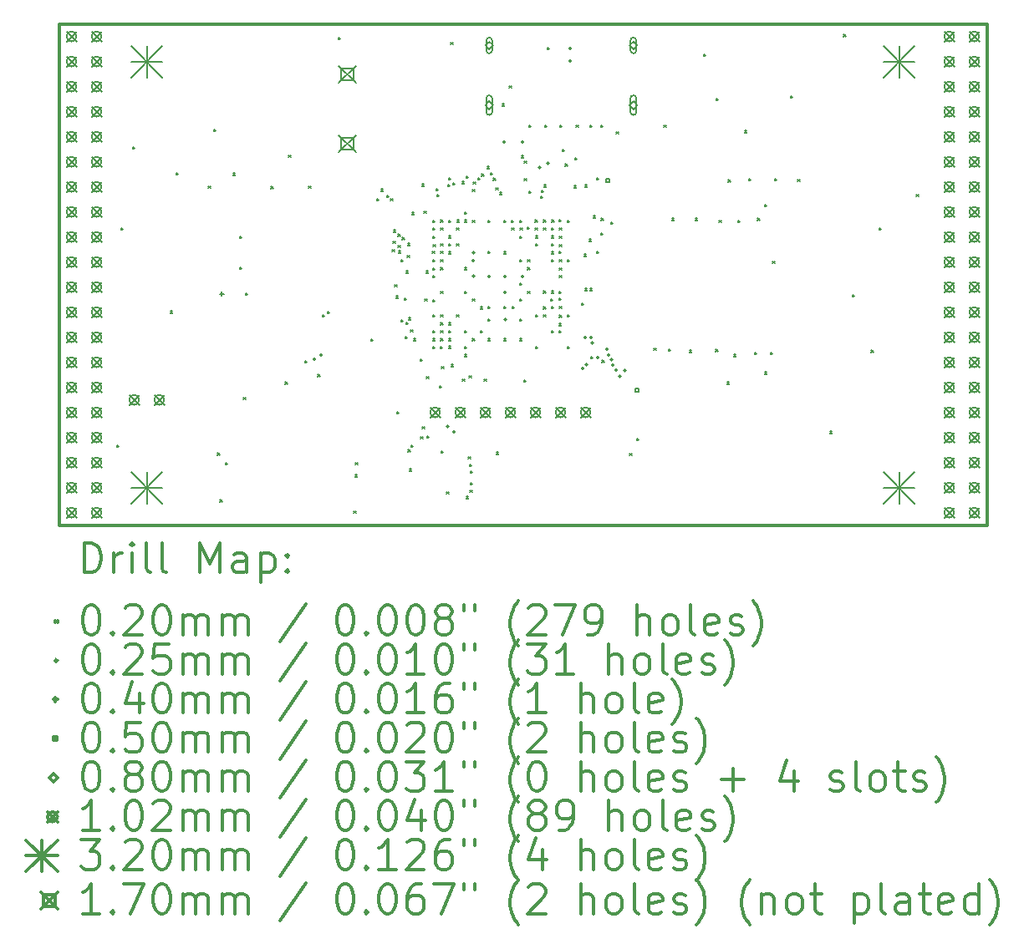
<source format=gbr>
%FSLAX45Y45*%
G04 Gerber Fmt 4.5, Leading zero omitted, Abs format (unit mm)*
G04 Created by KiCad (PCBNEW 4.0.5+dfsg1-4) date Tue May 16 14:48:24 2017*
%MOMM*%
%LPD*%
G01*
G04 APERTURE LIST*
%ADD10C,0.127000*%
%ADD11C,0.300000*%
%ADD12C,0.200000*%
G04 APERTURE END LIST*
D10*
D11*
X9410000Y-6142000D02*
X9410000Y-11222000D01*
X18808000Y-6142000D02*
X9410000Y-6142000D01*
X18808000Y-11222000D02*
X18808000Y-6142000D01*
X9410000Y-11222000D02*
X18808000Y-11222000D01*
D12*
X9998000Y-10410000D02*
X10018000Y-10430000D01*
X10018000Y-10410000D02*
X9998000Y-10430000D01*
X10037655Y-8210000D02*
X10057655Y-8230000D01*
X10057655Y-8210000D02*
X10037655Y-8230000D01*
X10158000Y-7390000D02*
X10178000Y-7410000D01*
X10178000Y-7390000D02*
X10158000Y-7410000D01*
X10538000Y-9050000D02*
X10558000Y-9070000D01*
X10558000Y-9050000D02*
X10538000Y-9070000D01*
X10598000Y-7650000D02*
X10618000Y-7670000D01*
X10618000Y-7650000D02*
X10598000Y-7670000D01*
X10924000Y-7783000D02*
X10944000Y-7803000D01*
X10944000Y-7783000D02*
X10924000Y-7803000D01*
X10978000Y-7210000D02*
X10998000Y-7230000D01*
X10998000Y-7210000D02*
X10978000Y-7230000D01*
X11018000Y-10490000D02*
X11038000Y-10510000D01*
X11038000Y-10490000D02*
X11018000Y-10510000D01*
X11042966Y-10966034D02*
X11062966Y-10986034D01*
X11062966Y-10966034D02*
X11042966Y-10986034D01*
X11098000Y-10590000D02*
X11118000Y-10610000D01*
X11118000Y-10590000D02*
X11098000Y-10610000D01*
X11174000Y-7654000D02*
X11194000Y-7674000D01*
X11194000Y-7654000D02*
X11174000Y-7674000D01*
X11241500Y-8291000D02*
X11261500Y-8311000D01*
X11261500Y-8291000D02*
X11241500Y-8311000D01*
X11241500Y-8608500D02*
X11261500Y-8628500D01*
X11261500Y-8608500D02*
X11241500Y-8628500D01*
X11278000Y-9930000D02*
X11298000Y-9950000D01*
X11298000Y-9930000D02*
X11278000Y-9950000D01*
X11298000Y-8870000D02*
X11318000Y-8890000D01*
X11318000Y-8870000D02*
X11298000Y-8890000D01*
X11559000Y-7791000D02*
X11579000Y-7811000D01*
X11579000Y-7791000D02*
X11559000Y-7811000D01*
X11702166Y-9771727D02*
X11722166Y-9791727D01*
X11722166Y-9771727D02*
X11702166Y-9791727D01*
X11738000Y-7470000D02*
X11758000Y-7490000D01*
X11758000Y-7470000D02*
X11738000Y-7490000D01*
X11903006Y-9556236D02*
X11923006Y-9576236D01*
X11923006Y-9556236D02*
X11903006Y-9576236D01*
X11940000Y-7783000D02*
X11960000Y-7803000D01*
X11960000Y-7783000D02*
X11940000Y-7803000D01*
X12033000Y-9695000D02*
X12053000Y-9715000D01*
X12053000Y-9695000D02*
X12033000Y-9715000D01*
X12078000Y-9090000D02*
X12098000Y-9110000D01*
X12098000Y-9090000D02*
X12078000Y-9110000D01*
X12130862Y-9053246D02*
X12150862Y-9073246D01*
X12150862Y-9053246D02*
X12130862Y-9073246D01*
X12238000Y-6280000D02*
X12258000Y-6300000D01*
X12258000Y-6280000D02*
X12238000Y-6300000D01*
X12398000Y-11077701D02*
X12418000Y-11097701D01*
X12418000Y-11077701D02*
X12398000Y-11097701D01*
X12410242Y-10710764D02*
X12430242Y-10730764D01*
X12430242Y-10710764D02*
X12410242Y-10730764D01*
X12415398Y-10588254D02*
X12435398Y-10608254D01*
X12435398Y-10588254D02*
X12415398Y-10608254D01*
X12572728Y-9335266D02*
X12592728Y-9355266D01*
X12592728Y-9335266D02*
X12572728Y-9355266D01*
X12632540Y-7913939D02*
X12652540Y-7933939D01*
X12652540Y-7913939D02*
X12632540Y-7933939D01*
X12670640Y-7815180D02*
X12690640Y-7835180D01*
X12690640Y-7815180D02*
X12670640Y-7835180D01*
X12731691Y-7876231D02*
X12751691Y-7896231D01*
X12751691Y-7876231D02*
X12731691Y-7896231D01*
X12768956Y-7913497D02*
X12788956Y-7933497D01*
X12788956Y-7913497D02*
X12768956Y-7933497D01*
X12787596Y-8430245D02*
X12807596Y-8450245D01*
X12807596Y-8430245D02*
X12787596Y-8450245D01*
X12794721Y-8345844D02*
X12814721Y-8365844D01*
X12814721Y-8345844D02*
X12794721Y-8365844D01*
X12796624Y-8229741D02*
X12816624Y-8249741D01*
X12816624Y-8229741D02*
X12796624Y-8249741D01*
X12812387Y-8782408D02*
X12832387Y-8802408D01*
X12832387Y-8782408D02*
X12812387Y-8802408D01*
X12825614Y-8898510D02*
X12845614Y-8918510D01*
X12845614Y-8898510D02*
X12825614Y-8918510D01*
X12834133Y-10069588D02*
X12854133Y-10089588D01*
X12854133Y-10069588D02*
X12834133Y-10089588D01*
X12844648Y-8273634D02*
X12864648Y-8293634D01*
X12864648Y-8273634D02*
X12844648Y-8293634D01*
X12845809Y-8388929D02*
X12865809Y-8408929D01*
X12865809Y-8388929D02*
X12845809Y-8408929D01*
X12850641Y-8441818D02*
X12870641Y-8461818D01*
X12870641Y-8441818D02*
X12850641Y-8461818D01*
X12874834Y-9141416D02*
X12894834Y-9161416D01*
X12894834Y-9141416D02*
X12874834Y-9161416D01*
X12878000Y-8530000D02*
X12898000Y-8550000D01*
X12898000Y-8530000D02*
X12878000Y-8550000D01*
X12886729Y-8305360D02*
X12906729Y-8325360D01*
X12906729Y-8305360D02*
X12886729Y-8325360D01*
X12911219Y-8919157D02*
X12931219Y-8939157D01*
X12931219Y-8919157D02*
X12911219Y-8939157D01*
X12918000Y-9310000D02*
X12938000Y-9330000D01*
X12938000Y-9310000D02*
X12918000Y-9330000D01*
X12924624Y-8646102D02*
X12944624Y-8666102D01*
X12944624Y-8646102D02*
X12924624Y-8666102D01*
X12926504Y-9163074D02*
X12946504Y-9183074D01*
X12946504Y-9163074D02*
X12926504Y-9183074D01*
X12938262Y-8486004D02*
X12958262Y-8506004D01*
X12958262Y-8486004D02*
X12938262Y-8506004D01*
X12942121Y-8365879D02*
X12962121Y-8385879D01*
X12962121Y-8365879D02*
X12942121Y-8385879D01*
X12946373Y-10458034D02*
X12966373Y-10478034D01*
X12966373Y-10458034D02*
X12946373Y-10478034D01*
X12952940Y-9117483D02*
X12972940Y-9137483D01*
X12972940Y-9117483D02*
X12952940Y-9137483D01*
X12958000Y-10650000D02*
X12978000Y-10670000D01*
X12978000Y-10650000D02*
X12958000Y-10670000D01*
X12971328Y-9241191D02*
X12991328Y-9261191D01*
X12991328Y-9241191D02*
X12971328Y-9261191D01*
X12978000Y-10410000D02*
X12998000Y-10430000D01*
X12998000Y-10410000D02*
X12978000Y-10430000D01*
X12986313Y-8050854D02*
X13006313Y-8070854D01*
X13006313Y-8050854D02*
X12986313Y-8070854D01*
X13002401Y-9331328D02*
X13022401Y-9351328D01*
X13022401Y-9331328D02*
X13002401Y-9351328D01*
X13070707Y-9535414D02*
X13090707Y-9555414D01*
X13090707Y-9535414D02*
X13070707Y-9555414D01*
X13073949Y-10325498D02*
X13093949Y-10345498D01*
X13093949Y-10325498D02*
X13073949Y-10345498D01*
X13087688Y-7765510D02*
X13107688Y-7785510D01*
X13107688Y-7765510D02*
X13087688Y-7785510D01*
X13091999Y-10226419D02*
X13111999Y-10246419D01*
X13111999Y-10226419D02*
X13091999Y-10246419D01*
X13108000Y-8040000D02*
X13128000Y-8060000D01*
X13128000Y-8040000D02*
X13108000Y-8060000D01*
X13118000Y-8930000D02*
X13138000Y-8950000D01*
X13138000Y-8930000D02*
X13118000Y-8950000D01*
X13128050Y-8646102D02*
X13148050Y-8666102D01*
X13148050Y-8646102D02*
X13128050Y-8666102D01*
X13132688Y-9717830D02*
X13152688Y-9737830D01*
X13152688Y-9717830D02*
X13132688Y-9737830D01*
X13135385Y-10319621D02*
X13155385Y-10339621D01*
X13155385Y-10319621D02*
X13135385Y-10339621D01*
X13193394Y-8445599D02*
X13213394Y-8465599D01*
X13213394Y-8445599D02*
X13193394Y-8465599D01*
X13197765Y-9087799D02*
X13217765Y-9107799D01*
X13217765Y-9087799D02*
X13197765Y-9107799D01*
X13198000Y-8130000D02*
X13218000Y-8150000D01*
X13218000Y-8130000D02*
X13198000Y-8150000D01*
X13198000Y-8207799D02*
X13218000Y-8227799D01*
X13218000Y-8207799D02*
X13198000Y-8227799D01*
X13198000Y-8530000D02*
X13218000Y-8550000D01*
X13218000Y-8530000D02*
X13198000Y-8550000D01*
X13198000Y-8614401D02*
X13218000Y-8634401D01*
X13218000Y-8614401D02*
X13198000Y-8634401D01*
X13198000Y-8690000D02*
X13218000Y-8710000D01*
X13218000Y-8690000D02*
X13198000Y-8710000D01*
X13198000Y-8934402D02*
X13218000Y-8954402D01*
X13218000Y-8934402D02*
X13198000Y-8954402D01*
X13198000Y-9250000D02*
X13218000Y-9270000D01*
X13218000Y-9250000D02*
X13198000Y-9270000D01*
X13198000Y-9330000D02*
X13218000Y-9350000D01*
X13218000Y-9330000D02*
X13198000Y-9350000D01*
X13198000Y-9410000D02*
X13218000Y-9430000D01*
X13218000Y-9410000D02*
X13198000Y-9430000D01*
X13198432Y-8292201D02*
X13218432Y-8312201D01*
X13218432Y-8292201D02*
X13198432Y-8312201D01*
X13201744Y-8376602D02*
X13221744Y-8396602D01*
X13221744Y-8376602D02*
X13201744Y-8396602D01*
X13232711Y-7811721D02*
X13252711Y-7831721D01*
X13252711Y-7811721D02*
X13232711Y-7831721D01*
X13239238Y-7871027D02*
X13259238Y-7891027D01*
X13259238Y-7871027D02*
X13239238Y-7891027D01*
X13267509Y-9807892D02*
X13287509Y-9827892D01*
X13287509Y-9807892D02*
X13267509Y-9827892D01*
X13274623Y-9409707D02*
X13294623Y-9429707D01*
X13294623Y-9409707D02*
X13274623Y-9429707D01*
X13277580Y-8532199D02*
X13297580Y-8552199D01*
X13297580Y-8532199D02*
X13277580Y-8552199D01*
X13278000Y-8210000D02*
X13298000Y-8230000D01*
X13298000Y-8210000D02*
X13278000Y-8230000D01*
X13278000Y-8610000D02*
X13298000Y-8630000D01*
X13298000Y-8610000D02*
X13278000Y-8630000D01*
X13278000Y-8850000D02*
X13298000Y-8870000D01*
X13298000Y-8850000D02*
X13278000Y-8870000D01*
X13278000Y-9090000D02*
X13298000Y-9110000D01*
X13298000Y-9090000D02*
X13278000Y-9110000D01*
X13278000Y-9170000D02*
X13298000Y-9190000D01*
X13298000Y-9170000D02*
X13278000Y-9190000D01*
X13278000Y-9250000D02*
X13298000Y-9270000D01*
X13298000Y-9250000D02*
X13278000Y-9270000D01*
X13278000Y-9330000D02*
X13298000Y-9350000D01*
X13298000Y-9330000D02*
X13278000Y-9350000D01*
X13278042Y-8446513D02*
X13298042Y-8466513D01*
X13298042Y-8446513D02*
X13278042Y-8466513D01*
X13278444Y-8129112D02*
X13298444Y-8149112D01*
X13298444Y-8129112D02*
X13278444Y-8149112D01*
X13278650Y-8367799D02*
X13298650Y-8387799D01*
X13298650Y-8367799D02*
X13278650Y-8387799D01*
X13281858Y-10470000D02*
X13301858Y-10490000D01*
X13301858Y-10470000D02*
X13281858Y-10490000D01*
X13285430Y-9613937D02*
X13305430Y-9633937D01*
X13305430Y-9613937D02*
X13285430Y-9633937D01*
X13338000Y-10884000D02*
X13358000Y-10904000D01*
X13358000Y-10884000D02*
X13338000Y-10904000D01*
X13347357Y-7766558D02*
X13367357Y-7786558D01*
X13367357Y-7766558D02*
X13347357Y-7786558D01*
X13356815Y-7701108D02*
X13376815Y-7721108D01*
X13376815Y-7701108D02*
X13356815Y-7721108D01*
X13357194Y-8449520D02*
X13377194Y-8469520D01*
X13377194Y-8449520D02*
X13357194Y-8469520D01*
X13358000Y-8130000D02*
X13378000Y-8150000D01*
X13378000Y-8130000D02*
X13358000Y-8150000D01*
X13358000Y-8287799D02*
X13378000Y-8307799D01*
X13378000Y-8287799D02*
X13358000Y-8307799D01*
X13358000Y-8372201D02*
X13378000Y-8392201D01*
X13378000Y-8372201D02*
X13358000Y-8392201D01*
X13358000Y-9170000D02*
X13378000Y-9190000D01*
X13378000Y-9170000D02*
X13358000Y-9190000D01*
X13358000Y-9250000D02*
X13378000Y-9270000D01*
X13378000Y-9250000D02*
X13358000Y-9270000D01*
X13358567Y-9330248D02*
X13378567Y-9350248D01*
X13378567Y-9330248D02*
X13358567Y-9350248D01*
X13359024Y-9408016D02*
X13379024Y-9428016D01*
X13379024Y-9408016D02*
X13359024Y-9428016D01*
X13378000Y-6330000D02*
X13398000Y-6350000D01*
X13398000Y-6330000D02*
X13378000Y-6350000D01*
X13381998Y-9593873D02*
X13401998Y-9613873D01*
X13401998Y-9593873D02*
X13381998Y-9613873D01*
X13400500Y-7750394D02*
X13420500Y-7770394D01*
X13420500Y-7750394D02*
X13400500Y-7770394D01*
X13438000Y-8210000D02*
X13458000Y-8230000D01*
X13458000Y-8210000D02*
X13438000Y-8230000D01*
X13438000Y-8370000D02*
X13458000Y-8390000D01*
X13458000Y-8370000D02*
X13438000Y-8390000D01*
X13438000Y-9090000D02*
X13458000Y-9110000D01*
X13458000Y-9090000D02*
X13438000Y-9110000D01*
X13442701Y-8129060D02*
X13462701Y-8149060D01*
X13462701Y-8129060D02*
X13442701Y-8149060D01*
X13495803Y-7739152D02*
X13515803Y-7759152D01*
X13515803Y-7739152D02*
X13495803Y-7759152D01*
X13498546Y-9743179D02*
X13518546Y-9763179D01*
X13518546Y-9743179D02*
X13498546Y-9763179D01*
X13517331Y-8851860D02*
X13537331Y-8871860D01*
X13537331Y-8851860D02*
X13517331Y-8871860D01*
X13517488Y-8129060D02*
X13537488Y-8149060D01*
X13537488Y-8129060D02*
X13517488Y-8149060D01*
X13518000Y-8050000D02*
X13538000Y-8070000D01*
X13538000Y-8050000D02*
X13518000Y-8070000D01*
X13518000Y-8610000D02*
X13538000Y-8630000D01*
X13538000Y-8610000D02*
X13518000Y-8630000D01*
X13518000Y-9250000D02*
X13538000Y-9270000D01*
X13538000Y-9250000D02*
X13518000Y-9270000D01*
X13518000Y-9410000D02*
X13538000Y-9430000D01*
X13538000Y-9410000D02*
X13518000Y-9430000D01*
X13518000Y-9490000D02*
X13538000Y-9510000D01*
X13538000Y-9490000D02*
X13518000Y-9510000D01*
X13537195Y-10930959D02*
X13557195Y-10950959D01*
X13557195Y-10930959D02*
X13537195Y-10950959D01*
X13537304Y-7684988D02*
X13557304Y-7704988D01*
X13557304Y-7684988D02*
X13537304Y-7704988D01*
X13558000Y-10530000D02*
X13578000Y-10550000D01*
X13578000Y-10530000D02*
X13558000Y-10550000D01*
X13567000Y-9710000D02*
X13587000Y-9730000D01*
X13587000Y-9710000D02*
X13567000Y-9730000D01*
X13567865Y-10606369D02*
X13587865Y-10626369D01*
X13587865Y-10606369D02*
X13567865Y-10626369D01*
X13575325Y-10869239D02*
X13595325Y-10889239D01*
X13595325Y-10869239D02*
X13575325Y-10889239D01*
X13575519Y-10792264D02*
X13595519Y-10812264D01*
X13595519Y-10792264D02*
X13575519Y-10812264D01*
X13578416Y-10670041D02*
X13598416Y-10690041D01*
X13598416Y-10670041D02*
X13578416Y-10690041D01*
X13598000Y-8130000D02*
X13618000Y-8150000D01*
X13618000Y-8130000D02*
X13598000Y-8150000D01*
X13598000Y-9330000D02*
X13618000Y-9350000D01*
X13618000Y-9330000D02*
X13598000Y-9350000D01*
X13598517Y-8929483D02*
X13618517Y-8949483D01*
X13618517Y-8929483D02*
X13598517Y-8949483D01*
X13600201Y-7816859D02*
X13620201Y-7836859D01*
X13620201Y-7816859D02*
X13600201Y-7836859D01*
X13607038Y-7743099D02*
X13627038Y-7763099D01*
X13627038Y-7743099D02*
X13607038Y-7763099D01*
X13654520Y-7700918D02*
X13674520Y-7720918D01*
X13674520Y-7700918D02*
X13654520Y-7720918D01*
X13678000Y-9250000D02*
X13698000Y-9270000D01*
X13698000Y-9250000D02*
X13678000Y-9270000D01*
X13678517Y-9009483D02*
X13698517Y-9029483D01*
X13698517Y-9009483D02*
X13678517Y-9029483D01*
X13692375Y-7664252D02*
X13712375Y-7684252D01*
X13712375Y-7664252D02*
X13692375Y-7684252D01*
X13718870Y-9743874D02*
X13738870Y-9763874D01*
X13738870Y-9743874D02*
X13718870Y-9763874D01*
X13748934Y-7587419D02*
X13768934Y-7607419D01*
X13768934Y-7587419D02*
X13748934Y-7607419D01*
X13756589Y-9130245D02*
X13776589Y-9150245D01*
X13776589Y-9130245D02*
X13756589Y-9150245D01*
X13758000Y-8130000D02*
X13778000Y-8150000D01*
X13778000Y-8130000D02*
X13758000Y-8150000D01*
X13758000Y-9007299D02*
X13778000Y-9027299D01*
X13778000Y-9007299D02*
X13758000Y-9027299D01*
X13758000Y-9330000D02*
X13778000Y-9350000D01*
X13778000Y-9330000D02*
X13758000Y-9350000D01*
X13758056Y-8443409D02*
X13778056Y-8463409D01*
X13778056Y-8443409D02*
X13758056Y-8463409D01*
X13780635Y-7647724D02*
X13800635Y-7667724D01*
X13800635Y-7647724D02*
X13780635Y-7667724D01*
X13812336Y-7706418D02*
X13832336Y-7726418D01*
X13832336Y-7706418D02*
X13812336Y-7726418D01*
X13837475Y-7801776D02*
X13857475Y-7821776D01*
X13857475Y-7801776D02*
X13837475Y-7821776D01*
X13840016Y-10481188D02*
X13860016Y-10501188D01*
X13860016Y-10481188D02*
X13840016Y-10501188D01*
X13875738Y-7850080D02*
X13895738Y-7870080D01*
X13895738Y-7850080D02*
X13875738Y-7870080D01*
X13898000Y-6950000D02*
X13918000Y-6970000D01*
X13918000Y-6950000D02*
X13898000Y-6970000D01*
X13917252Y-8451135D02*
X13937252Y-8471135D01*
X13937252Y-8451135D02*
X13917252Y-8471135D01*
X13918000Y-8130000D02*
X13938000Y-8150000D01*
X13938000Y-8130000D02*
X13918000Y-8150000D01*
X13918000Y-9002299D02*
X13938000Y-9022299D01*
X13938000Y-9002299D02*
X13918000Y-9022299D01*
X13918000Y-9330000D02*
X13938000Y-9350000D01*
X13938000Y-9330000D02*
X13918000Y-9350000D01*
X13972000Y-6767000D02*
X13992000Y-6787000D01*
X13992000Y-6767000D02*
X13972000Y-6787000D01*
X13993599Y-8130000D02*
X14013599Y-8150000D01*
X14013599Y-8130000D02*
X13993599Y-8150000D01*
X13998000Y-8210000D02*
X14018000Y-8230000D01*
X14018000Y-8210000D02*
X13998000Y-8230000D01*
X13999489Y-9002299D02*
X14019489Y-9022299D01*
X14019489Y-9002299D02*
X13999489Y-9022299D01*
X14076403Y-8294140D02*
X14096403Y-8314140D01*
X14096403Y-8294140D02*
X14076403Y-8314140D01*
X14077419Y-9133335D02*
X14097419Y-9153335D01*
X14097419Y-9133335D02*
X14077419Y-9153335D01*
X14078000Y-8130000D02*
X14098000Y-8150000D01*
X14098000Y-8130000D02*
X14078000Y-8150000D01*
X14078000Y-8530000D02*
X14098000Y-8550000D01*
X14098000Y-8530000D02*
X14078000Y-8550000D01*
X14078000Y-8770000D02*
X14098000Y-8790000D01*
X14098000Y-8770000D02*
X14078000Y-8790000D01*
X14078000Y-8930000D02*
X14098000Y-8950000D01*
X14098000Y-8930000D02*
X14078000Y-8950000D01*
X14078000Y-9330000D02*
X14098000Y-9350000D01*
X14098000Y-9330000D02*
X14078000Y-9350000D01*
X14082401Y-8207928D02*
X14102401Y-8227928D01*
X14102401Y-8207928D02*
X14082401Y-8227928D01*
X14094664Y-7477380D02*
X14114664Y-7497380D01*
X14114664Y-7477380D02*
X14094664Y-7497380D01*
X14118000Y-9750000D02*
X14138000Y-9770000D01*
X14138000Y-9750000D02*
X14118000Y-9770000D01*
X14122988Y-7531564D02*
X14142988Y-7551564D01*
X14142988Y-7531564D02*
X14122988Y-7551564D01*
X14124602Y-7707029D02*
X14144602Y-7727029D01*
X14144602Y-7707029D02*
X14124602Y-7727029D01*
X14155799Y-8203034D02*
X14175799Y-8223034D01*
X14175799Y-8203034D02*
X14155799Y-8223034D01*
X14158000Y-8530000D02*
X14178000Y-8550000D01*
X14178000Y-8530000D02*
X14158000Y-8550000D01*
X14158000Y-8610000D02*
X14178000Y-8630000D01*
X14178000Y-8610000D02*
X14158000Y-8630000D01*
X14158000Y-8850000D02*
X14178000Y-8870000D01*
X14178000Y-8850000D02*
X14158000Y-8870000D01*
X14172011Y-7834694D02*
X14192011Y-7854694D01*
X14192011Y-7834694D02*
X14172011Y-7854694D01*
X14172835Y-7169299D02*
X14192835Y-7189299D01*
X14192835Y-7169299D02*
X14172835Y-7189299D01*
X14235799Y-8128224D02*
X14255799Y-8148224D01*
X14255799Y-8128224D02*
X14235799Y-8148224D01*
X14235799Y-8209139D02*
X14255799Y-8229139D01*
X14255799Y-8209139D02*
X14235799Y-8229139D01*
X14237355Y-8289891D02*
X14257355Y-8309891D01*
X14257355Y-8289891D02*
X14237355Y-8309891D01*
X14238000Y-8370000D02*
X14258000Y-8390000D01*
X14258000Y-8370000D02*
X14238000Y-8390000D01*
X14238000Y-9090000D02*
X14258000Y-9110000D01*
X14258000Y-9090000D02*
X14238000Y-9110000D01*
X14238000Y-9410000D02*
X14258000Y-9430000D01*
X14258000Y-9410000D02*
X14238000Y-9430000D01*
X14292031Y-7887926D02*
X14312031Y-7907926D01*
X14312031Y-7887926D02*
X14292031Y-7907926D01*
X14298723Y-7827519D02*
X14318723Y-7847519D01*
X14318723Y-7827519D02*
X14298723Y-7847519D01*
X14317803Y-8849503D02*
X14337803Y-8869503D01*
X14337803Y-8849503D02*
X14317803Y-8869503D01*
X14318000Y-9090000D02*
X14338000Y-9110000D01*
X14338000Y-9090000D02*
X14318000Y-9110000D01*
X14318182Y-9010195D02*
X14338182Y-9030195D01*
X14338182Y-9010195D02*
X14318182Y-9030195D01*
X14320201Y-8128173D02*
X14340201Y-8148173D01*
X14340201Y-8128173D02*
X14320201Y-8148173D01*
X14320201Y-8209499D02*
X14340201Y-8229499D01*
X14340201Y-8209499D02*
X14320201Y-8229499D01*
X14322321Y-7773748D02*
X14342321Y-7793748D01*
X14342321Y-7773748D02*
X14322321Y-7793748D01*
X14329270Y-7169299D02*
X14349270Y-7189299D01*
X14349270Y-7169299D02*
X14329270Y-7189299D01*
X14358000Y-6380000D02*
X14378000Y-6400000D01*
X14378000Y-6380000D02*
X14358000Y-6400000D01*
X14393579Y-8929761D02*
X14413579Y-8949761D01*
X14413579Y-8929761D02*
X14393579Y-8949761D01*
X14397690Y-8208645D02*
X14417690Y-8228645D01*
X14417690Y-8208645D02*
X14397690Y-8228645D01*
X14398000Y-8290000D02*
X14418000Y-8310000D01*
X14418000Y-8290000D02*
X14398000Y-8310000D01*
X14398000Y-8370000D02*
X14418000Y-8390000D01*
X14418000Y-8370000D02*
X14398000Y-8390000D01*
X14398000Y-8450000D02*
X14418000Y-8470000D01*
X14418000Y-8450000D02*
X14398000Y-8470000D01*
X14398000Y-9250000D02*
X14418000Y-9270000D01*
X14418000Y-9250000D02*
X14398000Y-9270000D01*
X14398052Y-8529722D02*
X14418052Y-8549722D01*
X14418052Y-8529722D02*
X14398052Y-8549722D01*
X14398242Y-9003286D02*
X14418242Y-9023286D01*
X14418242Y-9003286D02*
X14398242Y-9023286D01*
X14398283Y-8848451D02*
X14418283Y-8868451D01*
X14418283Y-8848451D02*
X14398283Y-8868451D01*
X14404602Y-8127478D02*
X14424602Y-8147478D01*
X14424602Y-8127478D02*
X14404602Y-8147478D01*
X14476639Y-8123398D02*
X14496639Y-8143398D01*
X14496639Y-8123398D02*
X14476639Y-8143398D01*
X14476942Y-8918885D02*
X14496942Y-8938885D01*
X14496942Y-8918885D02*
X14476942Y-8938885D01*
X14477765Y-8852201D02*
X14497765Y-8872201D01*
X14497765Y-8852201D02*
X14477765Y-8872201D01*
X14477769Y-8443293D02*
X14497769Y-8463293D01*
X14497769Y-8443293D02*
X14477769Y-8463293D01*
X14478235Y-9247799D02*
X14498235Y-9267799D01*
X14498235Y-9247799D02*
X14478235Y-9267799D01*
X14478278Y-9177765D02*
X14498278Y-9197765D01*
X14498278Y-9177765D02*
X14478278Y-9197765D01*
X14478509Y-8207799D02*
X14498509Y-8227799D01*
X14498509Y-8207799D02*
X14478509Y-8227799D01*
X14478522Y-9092124D02*
X14498522Y-9112124D01*
X14498522Y-9092124D02*
X14478522Y-9112124D01*
X14478569Y-9003286D02*
X14498569Y-9023286D01*
X14498569Y-9003286D02*
X14478569Y-9023286D01*
X14478654Y-8528519D02*
X14498654Y-8548519D01*
X14498654Y-8528519D02*
X14478654Y-8548519D01*
X14478856Y-8689382D02*
X14498856Y-8709382D01*
X14498856Y-8689382D02*
X14478856Y-8709382D01*
X14479038Y-8376602D02*
X14499038Y-8396602D01*
X14499038Y-8376602D02*
X14479038Y-8396602D01*
X14479410Y-8292201D02*
X14499410Y-8312201D01*
X14499410Y-8292201D02*
X14479410Y-8312201D01*
X14480128Y-8616874D02*
X14500128Y-8636874D01*
X14500128Y-8616874D02*
X14480128Y-8636874D01*
X14486673Y-7169299D02*
X14506673Y-7189299D01*
X14506673Y-7169299D02*
X14486673Y-7189299D01*
X14507287Y-7414054D02*
X14527287Y-7434054D01*
X14527287Y-7414054D02*
X14507287Y-7434054D01*
X14539400Y-7561857D02*
X14559400Y-7581857D01*
X14559400Y-7561857D02*
X14539400Y-7581857D01*
X14558000Y-8130000D02*
X14578000Y-8150000D01*
X14578000Y-8130000D02*
X14558000Y-8150000D01*
X14558000Y-8532201D02*
X14578000Y-8552201D01*
X14578000Y-8532201D02*
X14558000Y-8552201D01*
X14558000Y-9090000D02*
X14578000Y-9110000D01*
X14578000Y-9090000D02*
X14558000Y-9110000D01*
X14558000Y-9410000D02*
X14578000Y-9430000D01*
X14578000Y-9410000D02*
X14558000Y-9430000D01*
X14628717Y-7781899D02*
X14648717Y-7801899D01*
X14648717Y-7781899D02*
X14628717Y-7801899D01*
X14635665Y-7495669D02*
X14655665Y-7515669D01*
X14655665Y-7495669D02*
X14635665Y-7515669D01*
X14650299Y-7169299D02*
X14670299Y-7189299D01*
X14670299Y-7169299D02*
X14650299Y-7189299D01*
X14702593Y-8970288D02*
X14722593Y-8990288D01*
X14722593Y-8970288D02*
X14702593Y-8990288D01*
X14732247Y-8475859D02*
X14752247Y-8495859D01*
X14752247Y-8475859D02*
X14732247Y-8495859D01*
X14737067Y-8822484D02*
X14757067Y-8842484D01*
X14757067Y-8822484D02*
X14737067Y-8842484D01*
X14738000Y-7772201D02*
X14758000Y-7792201D01*
X14758000Y-7772201D02*
X14738000Y-7792201D01*
X14780411Y-8322869D02*
X14800411Y-8342869D01*
X14800411Y-8322869D02*
X14780411Y-8342869D01*
X14788706Y-7169299D02*
X14808706Y-7189299D01*
X14808706Y-7169299D02*
X14788706Y-7189299D01*
X14789768Y-8822484D02*
X14809768Y-8842484D01*
X14809768Y-8822484D02*
X14789768Y-8842484D01*
X14797412Y-9512933D02*
X14817412Y-9532933D01*
X14817412Y-9512933D02*
X14797412Y-9532933D01*
X14823777Y-8087578D02*
X14843777Y-8107578D01*
X14843777Y-8087578D02*
X14823777Y-8107578D01*
X14853988Y-7702493D02*
X14873988Y-7722493D01*
X14873988Y-7702493D02*
X14853988Y-7722493D01*
X14856880Y-8445031D02*
X14876880Y-8465031D01*
X14876880Y-8445031D02*
X14856880Y-8465031D01*
X14898000Y-7169299D02*
X14918000Y-7189299D01*
X14918000Y-7169299D02*
X14898000Y-7189299D01*
X14901003Y-8261055D02*
X14921003Y-8281055D01*
X14921003Y-8261055D02*
X14901003Y-8281055D01*
X14903191Y-8110201D02*
X14923191Y-8130201D01*
X14923191Y-8110201D02*
X14903191Y-8130201D01*
X14910771Y-9550529D02*
X14930771Y-9570529D01*
X14930771Y-9550529D02*
X14910771Y-9570529D01*
X14998000Y-8150000D02*
X15018000Y-8170000D01*
X15018000Y-8150000D02*
X14998000Y-8170000D01*
X15054200Y-7232799D02*
X15074200Y-7252799D01*
X15074200Y-7232799D02*
X15054200Y-7252799D01*
X15190259Y-10493867D02*
X15210259Y-10513867D01*
X15210259Y-10493867D02*
X15190259Y-10513867D01*
X15262831Y-10342902D02*
X15282831Y-10362902D01*
X15282831Y-10342902D02*
X15262831Y-10362902D01*
X15438000Y-9430000D02*
X15458000Y-9450000D01*
X15458000Y-9430000D02*
X15438000Y-9450000D01*
X15538000Y-7169299D02*
X15558000Y-7189299D01*
X15558000Y-7169299D02*
X15538000Y-7189299D01*
X15584572Y-9434482D02*
X15604572Y-9454482D01*
X15604572Y-9434482D02*
X15584572Y-9454482D01*
X15618000Y-8110000D02*
X15638000Y-8130000D01*
X15638000Y-8110000D02*
X15618000Y-8130000D01*
X15798000Y-9450000D02*
X15818000Y-9470000D01*
X15818000Y-9450000D02*
X15798000Y-9470000D01*
X15858000Y-8110000D02*
X15878000Y-8130000D01*
X15878000Y-8110000D02*
X15858000Y-8130000D01*
X15938000Y-6450000D02*
X15958000Y-6470000D01*
X15958000Y-6450000D02*
X15938000Y-6470000D01*
X16063480Y-9440558D02*
X16083480Y-9460558D01*
X16083480Y-9440558D02*
X16063480Y-9460558D01*
X16067500Y-6894000D02*
X16087500Y-6914000D01*
X16087500Y-6894000D02*
X16067500Y-6914000D01*
X16098000Y-8130000D02*
X16118000Y-8150000D01*
X16118000Y-8130000D02*
X16098000Y-8150000D01*
X16178000Y-9770000D02*
X16198000Y-9790000D01*
X16198000Y-9770000D02*
X16178000Y-9790000D01*
X16189500Y-7721500D02*
X16209500Y-7741500D01*
X16209500Y-7721500D02*
X16189500Y-7741500D01*
X16246000Y-9490000D02*
X16266000Y-9510000D01*
X16266000Y-9490000D02*
X16246000Y-9510000D01*
X16285050Y-8134090D02*
X16305050Y-8154090D01*
X16305050Y-8134090D02*
X16285050Y-8154090D01*
X16353258Y-7221554D02*
X16373258Y-7241554D01*
X16373258Y-7221554D02*
X16353258Y-7241554D01*
X16398000Y-7710000D02*
X16418000Y-7730000D01*
X16418000Y-7710000D02*
X16398000Y-7730000D01*
X16455377Y-9472555D02*
X16475377Y-9492555D01*
X16475377Y-9472555D02*
X16455377Y-9492555D01*
X16487879Y-8112420D02*
X16507879Y-8132420D01*
X16507879Y-8112420D02*
X16487879Y-8132420D01*
X16558000Y-7970000D02*
X16578000Y-7990000D01*
X16578000Y-7970000D02*
X16558000Y-7990000D01*
X16558000Y-9670000D02*
X16578000Y-9690000D01*
X16578000Y-9670000D02*
X16558000Y-9690000D01*
X16618000Y-9470000D02*
X16638000Y-9490000D01*
X16638000Y-9470000D02*
X16618000Y-9490000D01*
X16638000Y-8550000D02*
X16658000Y-8570000D01*
X16658000Y-8550000D02*
X16638000Y-8570000D01*
X16658000Y-7710000D02*
X16678000Y-7730000D01*
X16678000Y-7710000D02*
X16658000Y-7730000D01*
X16823225Y-6869469D02*
X16843225Y-6889469D01*
X16843225Y-6869469D02*
X16823225Y-6889469D01*
X16893000Y-7719500D02*
X16913000Y-7739500D01*
X16913000Y-7719500D02*
X16893000Y-7739500D01*
X17218000Y-10270000D02*
X17238000Y-10290000D01*
X17238000Y-10270000D02*
X17218000Y-10290000D01*
X17358000Y-6250000D02*
X17378000Y-6270000D01*
X17378000Y-6250000D02*
X17358000Y-6270000D01*
X17448799Y-8887335D02*
X17468799Y-8907335D01*
X17468799Y-8887335D02*
X17448799Y-8907335D01*
X17638000Y-9450000D02*
X17658000Y-9470000D01*
X17658000Y-9450000D02*
X17638000Y-9470000D01*
X17718000Y-8210000D02*
X17738000Y-8230000D01*
X17738000Y-8210000D02*
X17718000Y-8230000D01*
X18096500Y-7868500D02*
X18116500Y-7888500D01*
X18116500Y-7868500D02*
X18096500Y-7888500D01*
X12010516Y-9541295D02*
G75*
G03X12010516Y-9541295I-12700J0D01*
G01*
X12076103Y-9497760D02*
G75*
G03X12076103Y-9497760I-12700J0D01*
G01*
X13357629Y-10223262D02*
G75*
G03X13357629Y-10223262I-12700J0D01*
G01*
X13420141Y-10275223D02*
G75*
G03X13420141Y-10275223I-12700J0D01*
G01*
X13620700Y-8460000D02*
G75*
G03X13620700Y-8460000I-12700J0D01*
G01*
X13620700Y-8540000D02*
G75*
G03X13620700Y-8540000I-12700J0D01*
G01*
X13623799Y-8699540D02*
G75*
G03X13623799Y-8699540I-12700J0D01*
G01*
X13780700Y-8700000D02*
G75*
G03X13780700Y-8700000I-12700J0D01*
G01*
X13931242Y-7337804D02*
G75*
G03X13931242Y-7337804I-12700J0D01*
G01*
X13940700Y-8700000D02*
G75*
G03X13940700Y-8700000I-12700J0D01*
G01*
X13940700Y-8860000D02*
G75*
G03X13940700Y-8860000I-12700J0D01*
G01*
X13943964Y-9135970D02*
G75*
G03X13943964Y-9135970I-12700J0D01*
G01*
X14115614Y-7339101D02*
G75*
G03X14115614Y-7339101I-12700J0D01*
G01*
X14116986Y-8699500D02*
G75*
G03X14116986Y-8699500I-12700J0D01*
G01*
X14290285Y-7593915D02*
G75*
G03X14290285Y-7593915I-12700J0D01*
G01*
X14375267Y-7552125D02*
G75*
G03X14375267Y-7552125I-12700J0D01*
G01*
X14597886Y-6518923D02*
G75*
G03X14597886Y-6518923I-12700J0D01*
G01*
X14600073Y-6392085D02*
G75*
G03X14600073Y-6392085I-12700J0D01*
G01*
X14725899Y-9634801D02*
G75*
G03X14725899Y-9634801I-12700J0D01*
G01*
X14752909Y-9320901D02*
G75*
G03X14752909Y-9320901I-12700J0D01*
G01*
X14765370Y-9592166D02*
G75*
G03X14765370Y-9592166I-12700J0D01*
G01*
X14810990Y-9319373D02*
G75*
G03X14810990Y-9319373I-12700J0D01*
G01*
X14823724Y-9376062D02*
G75*
G03X14823724Y-9376062I-12700J0D01*
G01*
X14878093Y-9523995D02*
G75*
G03X14878093Y-9523995I-12700J0D01*
G01*
X14974686Y-9437887D02*
G75*
G03X14974686Y-9437887I-12700J0D01*
G01*
X14990624Y-9494419D02*
G75*
G03X14990624Y-9494419I-12700J0D01*
G01*
X15019903Y-9544603D02*
G75*
G03X15019903Y-9544603I-12700J0D01*
G01*
X15032486Y-9601326D02*
G75*
G03X15032486Y-9601326I-12700J0D01*
G01*
X15064591Y-9649751D02*
G75*
G03X15064591Y-9649751I-12700J0D01*
G01*
X15102216Y-9710492D02*
G75*
G03X15102216Y-9710492I-12700J0D01*
G01*
X15155392Y-9652519D02*
G75*
G03X15155392Y-9652519I-12700J0D01*
G01*
X11059366Y-8855671D02*
X11059366Y-8895671D01*
X11039366Y-8875671D02*
X11079366Y-8875671D01*
X14988751Y-7746651D02*
X14988751Y-7711296D01*
X14953396Y-7711296D01*
X14953396Y-7746651D01*
X14988751Y-7746651D01*
X15279782Y-9869675D02*
X15279782Y-9834319D01*
X15244427Y-9834319D01*
X15244427Y-9869675D01*
X15279782Y-9869675D01*
X13768000Y-6400000D02*
X13808000Y-6360000D01*
X13768000Y-6320000D01*
X13728000Y-6360000D01*
X13768000Y-6400000D01*
X13738000Y-6310000D02*
X13738000Y-6410000D01*
X13798000Y-6310000D02*
X13798000Y-6410000D01*
X13738000Y-6410000D02*
G75*
G03X13798000Y-6410000I30000J0D01*
G01*
X13798000Y-6310000D02*
G75*
G03X13738000Y-6310000I-30000J0D01*
G01*
X13768000Y-7005000D02*
X13808000Y-6965000D01*
X13768000Y-6925000D01*
X13728000Y-6965000D01*
X13768000Y-7005000D01*
X13738000Y-6895000D02*
X13738000Y-7035000D01*
X13798000Y-6895000D02*
X13798000Y-7035000D01*
X13738000Y-7035000D02*
G75*
G03X13798000Y-7035000I30000J0D01*
G01*
X13798000Y-6895000D02*
G75*
G03X13738000Y-6895000I-30000J0D01*
G01*
X15228000Y-6400000D02*
X15268000Y-6360000D01*
X15228000Y-6320000D01*
X15188000Y-6360000D01*
X15228000Y-6400000D01*
X15198000Y-6310000D02*
X15198000Y-6410000D01*
X15258000Y-6310000D02*
X15258000Y-6410000D01*
X15198000Y-6410000D02*
G75*
G03X15258000Y-6410000I30000J0D01*
G01*
X15258000Y-6310000D02*
G75*
G03X15198000Y-6310000I-30000J0D01*
G01*
X15228000Y-7005000D02*
X15268000Y-6965000D01*
X15228000Y-6925000D01*
X15188000Y-6965000D01*
X15228000Y-7005000D01*
X15198000Y-6895000D02*
X15198000Y-7035000D01*
X15258000Y-6895000D02*
X15258000Y-7035000D01*
X15198000Y-7035000D02*
G75*
G03X15258000Y-7035000I30000J0D01*
G01*
X15258000Y-6895000D02*
G75*
G03X15198000Y-6895000I-30000J0D01*
G01*
X9486200Y-6218200D02*
X9587800Y-6319800D01*
X9587800Y-6218200D02*
X9486200Y-6319800D01*
X9587800Y-6269000D02*
G75*
G03X9587800Y-6269000I-50800J0D01*
G01*
X9486200Y-6472200D02*
X9587800Y-6573800D01*
X9587800Y-6472200D02*
X9486200Y-6573800D01*
X9587800Y-6523000D02*
G75*
G03X9587800Y-6523000I-50800J0D01*
G01*
X9486200Y-6726200D02*
X9587800Y-6827800D01*
X9587800Y-6726200D02*
X9486200Y-6827800D01*
X9587800Y-6777000D02*
G75*
G03X9587800Y-6777000I-50800J0D01*
G01*
X9486200Y-6980200D02*
X9587800Y-7081800D01*
X9587800Y-6980200D02*
X9486200Y-7081800D01*
X9587800Y-7031000D02*
G75*
G03X9587800Y-7031000I-50800J0D01*
G01*
X9486200Y-7234200D02*
X9587800Y-7335800D01*
X9587800Y-7234200D02*
X9486200Y-7335800D01*
X9587800Y-7285000D02*
G75*
G03X9587800Y-7285000I-50800J0D01*
G01*
X9486200Y-7488200D02*
X9587800Y-7589800D01*
X9587800Y-7488200D02*
X9486200Y-7589800D01*
X9587800Y-7539000D02*
G75*
G03X9587800Y-7539000I-50800J0D01*
G01*
X9486200Y-7742200D02*
X9587800Y-7843800D01*
X9587800Y-7742200D02*
X9486200Y-7843800D01*
X9587800Y-7793000D02*
G75*
G03X9587800Y-7793000I-50800J0D01*
G01*
X9486200Y-7996200D02*
X9587800Y-8097800D01*
X9587800Y-7996200D02*
X9486200Y-8097800D01*
X9587800Y-8047000D02*
G75*
G03X9587800Y-8047000I-50800J0D01*
G01*
X9486200Y-8250200D02*
X9587800Y-8351800D01*
X9587800Y-8250200D02*
X9486200Y-8351800D01*
X9587800Y-8301000D02*
G75*
G03X9587800Y-8301000I-50800J0D01*
G01*
X9486200Y-8504200D02*
X9587800Y-8605800D01*
X9587800Y-8504200D02*
X9486200Y-8605800D01*
X9587800Y-8555000D02*
G75*
G03X9587800Y-8555000I-50800J0D01*
G01*
X9486200Y-8758200D02*
X9587800Y-8859800D01*
X9587800Y-8758200D02*
X9486200Y-8859800D01*
X9587800Y-8809000D02*
G75*
G03X9587800Y-8809000I-50800J0D01*
G01*
X9486200Y-9012200D02*
X9587800Y-9113800D01*
X9587800Y-9012200D02*
X9486200Y-9113800D01*
X9587800Y-9063000D02*
G75*
G03X9587800Y-9063000I-50800J0D01*
G01*
X9486200Y-9266200D02*
X9587800Y-9367800D01*
X9587800Y-9266200D02*
X9486200Y-9367800D01*
X9587800Y-9317000D02*
G75*
G03X9587800Y-9317000I-50800J0D01*
G01*
X9486200Y-9520200D02*
X9587800Y-9621800D01*
X9587800Y-9520200D02*
X9486200Y-9621800D01*
X9587800Y-9571000D02*
G75*
G03X9587800Y-9571000I-50800J0D01*
G01*
X9486200Y-9774200D02*
X9587800Y-9875800D01*
X9587800Y-9774200D02*
X9486200Y-9875800D01*
X9587800Y-9825000D02*
G75*
G03X9587800Y-9825000I-50800J0D01*
G01*
X9486200Y-10028200D02*
X9587800Y-10129800D01*
X9587800Y-10028200D02*
X9486200Y-10129800D01*
X9587800Y-10079000D02*
G75*
G03X9587800Y-10079000I-50800J0D01*
G01*
X9486200Y-10282200D02*
X9587800Y-10383800D01*
X9587800Y-10282200D02*
X9486200Y-10383800D01*
X9587800Y-10333000D02*
G75*
G03X9587800Y-10333000I-50800J0D01*
G01*
X9486200Y-10536200D02*
X9587800Y-10637800D01*
X9587800Y-10536200D02*
X9486200Y-10637800D01*
X9587800Y-10587000D02*
G75*
G03X9587800Y-10587000I-50800J0D01*
G01*
X9486200Y-10790200D02*
X9587800Y-10891800D01*
X9587800Y-10790200D02*
X9486200Y-10891800D01*
X9587800Y-10841000D02*
G75*
G03X9587800Y-10841000I-50800J0D01*
G01*
X9486200Y-11044200D02*
X9587800Y-11145800D01*
X9587800Y-11044200D02*
X9486200Y-11145800D01*
X9587800Y-11095000D02*
G75*
G03X9587800Y-11095000I-50800J0D01*
G01*
X9740200Y-6218200D02*
X9841800Y-6319800D01*
X9841800Y-6218200D02*
X9740200Y-6319800D01*
X9841800Y-6269000D02*
G75*
G03X9841800Y-6269000I-50800J0D01*
G01*
X9740200Y-6472200D02*
X9841800Y-6573800D01*
X9841800Y-6472200D02*
X9740200Y-6573800D01*
X9841800Y-6523000D02*
G75*
G03X9841800Y-6523000I-50800J0D01*
G01*
X9740200Y-6726200D02*
X9841800Y-6827800D01*
X9841800Y-6726200D02*
X9740200Y-6827800D01*
X9841800Y-6777000D02*
G75*
G03X9841800Y-6777000I-50800J0D01*
G01*
X9740200Y-6980200D02*
X9841800Y-7081800D01*
X9841800Y-6980200D02*
X9740200Y-7081800D01*
X9841800Y-7031000D02*
G75*
G03X9841800Y-7031000I-50800J0D01*
G01*
X9740200Y-7234200D02*
X9841800Y-7335800D01*
X9841800Y-7234200D02*
X9740200Y-7335800D01*
X9841800Y-7285000D02*
G75*
G03X9841800Y-7285000I-50800J0D01*
G01*
X9740200Y-7488200D02*
X9841800Y-7589800D01*
X9841800Y-7488200D02*
X9740200Y-7589800D01*
X9841800Y-7539000D02*
G75*
G03X9841800Y-7539000I-50800J0D01*
G01*
X9740200Y-7742200D02*
X9841800Y-7843800D01*
X9841800Y-7742200D02*
X9740200Y-7843800D01*
X9841800Y-7793000D02*
G75*
G03X9841800Y-7793000I-50800J0D01*
G01*
X9740200Y-7996200D02*
X9841800Y-8097800D01*
X9841800Y-7996200D02*
X9740200Y-8097800D01*
X9841800Y-8047000D02*
G75*
G03X9841800Y-8047000I-50800J0D01*
G01*
X9740200Y-8250200D02*
X9841800Y-8351800D01*
X9841800Y-8250200D02*
X9740200Y-8351800D01*
X9841800Y-8301000D02*
G75*
G03X9841800Y-8301000I-50800J0D01*
G01*
X9740200Y-8504200D02*
X9841800Y-8605800D01*
X9841800Y-8504200D02*
X9740200Y-8605800D01*
X9841800Y-8555000D02*
G75*
G03X9841800Y-8555000I-50800J0D01*
G01*
X9740200Y-8758200D02*
X9841800Y-8859800D01*
X9841800Y-8758200D02*
X9740200Y-8859800D01*
X9841800Y-8809000D02*
G75*
G03X9841800Y-8809000I-50800J0D01*
G01*
X9740200Y-9012200D02*
X9841800Y-9113800D01*
X9841800Y-9012200D02*
X9740200Y-9113800D01*
X9841800Y-9063000D02*
G75*
G03X9841800Y-9063000I-50800J0D01*
G01*
X9740200Y-9266200D02*
X9841800Y-9367800D01*
X9841800Y-9266200D02*
X9740200Y-9367800D01*
X9841800Y-9317000D02*
G75*
G03X9841800Y-9317000I-50800J0D01*
G01*
X9740200Y-9520200D02*
X9841800Y-9621800D01*
X9841800Y-9520200D02*
X9740200Y-9621800D01*
X9841800Y-9571000D02*
G75*
G03X9841800Y-9571000I-50800J0D01*
G01*
X9740200Y-9774200D02*
X9841800Y-9875800D01*
X9841800Y-9774200D02*
X9740200Y-9875800D01*
X9841800Y-9825000D02*
G75*
G03X9841800Y-9825000I-50800J0D01*
G01*
X9740200Y-10028200D02*
X9841800Y-10129800D01*
X9841800Y-10028200D02*
X9740200Y-10129800D01*
X9841800Y-10079000D02*
G75*
G03X9841800Y-10079000I-50800J0D01*
G01*
X9740200Y-10282200D02*
X9841800Y-10383800D01*
X9841800Y-10282200D02*
X9740200Y-10383800D01*
X9841800Y-10333000D02*
G75*
G03X9841800Y-10333000I-50800J0D01*
G01*
X9740200Y-10536200D02*
X9841800Y-10637800D01*
X9841800Y-10536200D02*
X9740200Y-10637800D01*
X9841800Y-10587000D02*
G75*
G03X9841800Y-10587000I-50800J0D01*
G01*
X9740200Y-10790200D02*
X9841800Y-10891800D01*
X9841800Y-10790200D02*
X9740200Y-10891800D01*
X9841800Y-10841000D02*
G75*
G03X9841800Y-10841000I-50800J0D01*
G01*
X9740200Y-11044200D02*
X9841800Y-11145800D01*
X9841800Y-11044200D02*
X9740200Y-11145800D01*
X9841800Y-11095000D02*
G75*
G03X9841800Y-11095000I-50800J0D01*
G01*
X10121200Y-9901200D02*
X10222800Y-10002800D01*
X10222800Y-9901200D02*
X10121200Y-10002800D01*
X10222800Y-9952000D02*
G75*
G03X10222800Y-9952000I-50800J0D01*
G01*
X10375200Y-9901200D02*
X10476800Y-10002800D01*
X10476800Y-9901200D02*
X10375200Y-10002800D01*
X10476800Y-9952000D02*
G75*
G03X10476800Y-9952000I-50800J0D01*
G01*
X13169200Y-10028200D02*
X13270800Y-10129800D01*
X13270800Y-10028200D02*
X13169200Y-10129800D01*
X13270800Y-10079000D02*
G75*
G03X13270800Y-10079000I-50800J0D01*
G01*
X13423200Y-10028200D02*
X13524800Y-10129800D01*
X13524800Y-10028200D02*
X13423200Y-10129800D01*
X13524800Y-10079000D02*
G75*
G03X13524800Y-10079000I-50800J0D01*
G01*
X13677200Y-10028200D02*
X13778800Y-10129800D01*
X13778800Y-10028200D02*
X13677200Y-10129800D01*
X13778800Y-10079000D02*
G75*
G03X13778800Y-10079000I-50800J0D01*
G01*
X13931200Y-10028200D02*
X14032800Y-10129800D01*
X14032800Y-10028200D02*
X13931200Y-10129800D01*
X14032800Y-10079000D02*
G75*
G03X14032800Y-10079000I-50800J0D01*
G01*
X14185200Y-10028200D02*
X14286800Y-10129800D01*
X14286800Y-10028200D02*
X14185200Y-10129800D01*
X14286800Y-10079000D02*
G75*
G03X14286800Y-10079000I-50800J0D01*
G01*
X14439200Y-10028200D02*
X14540800Y-10129800D01*
X14540800Y-10028200D02*
X14439200Y-10129800D01*
X14540800Y-10079000D02*
G75*
G03X14540800Y-10079000I-50800J0D01*
G01*
X14693200Y-10028200D02*
X14794800Y-10129800D01*
X14794800Y-10028200D02*
X14693200Y-10129800D01*
X14794800Y-10079000D02*
G75*
G03X14794800Y-10079000I-50800J0D01*
G01*
X18376200Y-6218200D02*
X18477800Y-6319800D01*
X18477800Y-6218200D02*
X18376200Y-6319800D01*
X18477800Y-6269000D02*
G75*
G03X18477800Y-6269000I-50800J0D01*
G01*
X18376200Y-6472200D02*
X18477800Y-6573800D01*
X18477800Y-6472200D02*
X18376200Y-6573800D01*
X18477800Y-6523000D02*
G75*
G03X18477800Y-6523000I-50800J0D01*
G01*
X18376200Y-6726200D02*
X18477800Y-6827800D01*
X18477800Y-6726200D02*
X18376200Y-6827800D01*
X18477800Y-6777000D02*
G75*
G03X18477800Y-6777000I-50800J0D01*
G01*
X18376200Y-6980200D02*
X18477800Y-7081800D01*
X18477800Y-6980200D02*
X18376200Y-7081800D01*
X18477800Y-7031000D02*
G75*
G03X18477800Y-7031000I-50800J0D01*
G01*
X18376200Y-7234200D02*
X18477800Y-7335800D01*
X18477800Y-7234200D02*
X18376200Y-7335800D01*
X18477800Y-7285000D02*
G75*
G03X18477800Y-7285000I-50800J0D01*
G01*
X18376200Y-7488200D02*
X18477800Y-7589800D01*
X18477800Y-7488200D02*
X18376200Y-7589800D01*
X18477800Y-7539000D02*
G75*
G03X18477800Y-7539000I-50800J0D01*
G01*
X18376200Y-7742200D02*
X18477800Y-7843800D01*
X18477800Y-7742200D02*
X18376200Y-7843800D01*
X18477800Y-7793000D02*
G75*
G03X18477800Y-7793000I-50800J0D01*
G01*
X18376200Y-7996200D02*
X18477800Y-8097800D01*
X18477800Y-7996200D02*
X18376200Y-8097800D01*
X18477800Y-8047000D02*
G75*
G03X18477800Y-8047000I-50800J0D01*
G01*
X18376200Y-8250200D02*
X18477800Y-8351800D01*
X18477800Y-8250200D02*
X18376200Y-8351800D01*
X18477800Y-8301000D02*
G75*
G03X18477800Y-8301000I-50800J0D01*
G01*
X18376200Y-8504200D02*
X18477800Y-8605800D01*
X18477800Y-8504200D02*
X18376200Y-8605800D01*
X18477800Y-8555000D02*
G75*
G03X18477800Y-8555000I-50800J0D01*
G01*
X18376200Y-8758200D02*
X18477800Y-8859800D01*
X18477800Y-8758200D02*
X18376200Y-8859800D01*
X18477800Y-8809000D02*
G75*
G03X18477800Y-8809000I-50800J0D01*
G01*
X18376200Y-9012200D02*
X18477800Y-9113800D01*
X18477800Y-9012200D02*
X18376200Y-9113800D01*
X18477800Y-9063000D02*
G75*
G03X18477800Y-9063000I-50800J0D01*
G01*
X18376200Y-9266200D02*
X18477800Y-9367800D01*
X18477800Y-9266200D02*
X18376200Y-9367800D01*
X18477800Y-9317000D02*
G75*
G03X18477800Y-9317000I-50800J0D01*
G01*
X18376200Y-9520200D02*
X18477800Y-9621800D01*
X18477800Y-9520200D02*
X18376200Y-9621800D01*
X18477800Y-9571000D02*
G75*
G03X18477800Y-9571000I-50800J0D01*
G01*
X18376200Y-9774200D02*
X18477800Y-9875800D01*
X18477800Y-9774200D02*
X18376200Y-9875800D01*
X18477800Y-9825000D02*
G75*
G03X18477800Y-9825000I-50800J0D01*
G01*
X18376200Y-10028200D02*
X18477800Y-10129800D01*
X18477800Y-10028200D02*
X18376200Y-10129800D01*
X18477800Y-10079000D02*
G75*
G03X18477800Y-10079000I-50800J0D01*
G01*
X18376200Y-10282200D02*
X18477800Y-10383800D01*
X18477800Y-10282200D02*
X18376200Y-10383800D01*
X18477800Y-10333000D02*
G75*
G03X18477800Y-10333000I-50800J0D01*
G01*
X18376200Y-10536200D02*
X18477800Y-10637800D01*
X18477800Y-10536200D02*
X18376200Y-10637800D01*
X18477800Y-10587000D02*
G75*
G03X18477800Y-10587000I-50800J0D01*
G01*
X18376200Y-10790200D02*
X18477800Y-10891800D01*
X18477800Y-10790200D02*
X18376200Y-10891800D01*
X18477800Y-10841000D02*
G75*
G03X18477800Y-10841000I-50800J0D01*
G01*
X18376200Y-11044200D02*
X18477800Y-11145800D01*
X18477800Y-11044200D02*
X18376200Y-11145800D01*
X18477800Y-11095000D02*
G75*
G03X18477800Y-11095000I-50800J0D01*
G01*
X18630200Y-6218200D02*
X18731800Y-6319800D01*
X18731800Y-6218200D02*
X18630200Y-6319800D01*
X18731800Y-6269000D02*
G75*
G03X18731800Y-6269000I-50800J0D01*
G01*
X18630200Y-6472200D02*
X18731800Y-6573800D01*
X18731800Y-6472200D02*
X18630200Y-6573800D01*
X18731800Y-6523000D02*
G75*
G03X18731800Y-6523000I-50800J0D01*
G01*
X18630200Y-6726200D02*
X18731800Y-6827800D01*
X18731800Y-6726200D02*
X18630200Y-6827800D01*
X18731800Y-6777000D02*
G75*
G03X18731800Y-6777000I-50800J0D01*
G01*
X18630200Y-6980200D02*
X18731800Y-7081800D01*
X18731800Y-6980200D02*
X18630200Y-7081800D01*
X18731800Y-7031000D02*
G75*
G03X18731800Y-7031000I-50800J0D01*
G01*
X18630200Y-7234200D02*
X18731800Y-7335800D01*
X18731800Y-7234200D02*
X18630200Y-7335800D01*
X18731800Y-7285000D02*
G75*
G03X18731800Y-7285000I-50800J0D01*
G01*
X18630200Y-7488200D02*
X18731800Y-7589800D01*
X18731800Y-7488200D02*
X18630200Y-7589800D01*
X18731800Y-7539000D02*
G75*
G03X18731800Y-7539000I-50800J0D01*
G01*
X18630200Y-7742200D02*
X18731800Y-7843800D01*
X18731800Y-7742200D02*
X18630200Y-7843800D01*
X18731800Y-7793000D02*
G75*
G03X18731800Y-7793000I-50800J0D01*
G01*
X18630200Y-7996200D02*
X18731800Y-8097800D01*
X18731800Y-7996200D02*
X18630200Y-8097800D01*
X18731800Y-8047000D02*
G75*
G03X18731800Y-8047000I-50800J0D01*
G01*
X18630200Y-8250200D02*
X18731800Y-8351800D01*
X18731800Y-8250200D02*
X18630200Y-8351800D01*
X18731800Y-8301000D02*
G75*
G03X18731800Y-8301000I-50800J0D01*
G01*
X18630200Y-8504200D02*
X18731800Y-8605800D01*
X18731800Y-8504200D02*
X18630200Y-8605800D01*
X18731800Y-8555000D02*
G75*
G03X18731800Y-8555000I-50800J0D01*
G01*
X18630200Y-8758200D02*
X18731800Y-8859800D01*
X18731800Y-8758200D02*
X18630200Y-8859800D01*
X18731800Y-8809000D02*
G75*
G03X18731800Y-8809000I-50800J0D01*
G01*
X18630200Y-9012200D02*
X18731800Y-9113800D01*
X18731800Y-9012200D02*
X18630200Y-9113800D01*
X18731800Y-9063000D02*
G75*
G03X18731800Y-9063000I-50800J0D01*
G01*
X18630200Y-9266200D02*
X18731800Y-9367800D01*
X18731800Y-9266200D02*
X18630200Y-9367800D01*
X18731800Y-9317000D02*
G75*
G03X18731800Y-9317000I-50800J0D01*
G01*
X18630200Y-9520200D02*
X18731800Y-9621800D01*
X18731800Y-9520200D02*
X18630200Y-9621800D01*
X18731800Y-9571000D02*
G75*
G03X18731800Y-9571000I-50800J0D01*
G01*
X18630200Y-9774200D02*
X18731800Y-9875800D01*
X18731800Y-9774200D02*
X18630200Y-9875800D01*
X18731800Y-9825000D02*
G75*
G03X18731800Y-9825000I-50800J0D01*
G01*
X18630200Y-10028200D02*
X18731800Y-10129800D01*
X18731800Y-10028200D02*
X18630200Y-10129800D01*
X18731800Y-10079000D02*
G75*
G03X18731800Y-10079000I-50800J0D01*
G01*
X18630200Y-10282200D02*
X18731800Y-10383800D01*
X18731800Y-10282200D02*
X18630200Y-10383800D01*
X18731800Y-10333000D02*
G75*
G03X18731800Y-10333000I-50800J0D01*
G01*
X18630200Y-10536200D02*
X18731800Y-10637800D01*
X18731800Y-10536200D02*
X18630200Y-10637800D01*
X18731800Y-10587000D02*
G75*
G03X18731800Y-10587000I-50800J0D01*
G01*
X18630200Y-10790200D02*
X18731800Y-10891800D01*
X18731800Y-10790200D02*
X18630200Y-10891800D01*
X18731800Y-10841000D02*
G75*
G03X18731800Y-10841000I-50800J0D01*
G01*
X18630200Y-11044200D02*
X18731800Y-11145800D01*
X18731800Y-11044200D02*
X18630200Y-11145800D01*
X18731800Y-11095000D02*
G75*
G03X18731800Y-11095000I-50800J0D01*
G01*
X10139000Y-6363000D02*
X10459000Y-6683000D01*
X10459000Y-6363000D02*
X10139000Y-6683000D01*
X10299000Y-6363000D02*
X10299000Y-6683000D01*
X10139000Y-6523000D02*
X10459000Y-6523000D01*
X10139000Y-10681000D02*
X10459000Y-11001000D01*
X10459000Y-10681000D02*
X10139000Y-11001000D01*
X10299000Y-10681000D02*
X10299000Y-11001000D01*
X10139000Y-10841000D02*
X10459000Y-10841000D01*
X17759000Y-6363000D02*
X18079000Y-6683000D01*
X18079000Y-6363000D02*
X17759000Y-6683000D01*
X17919000Y-6363000D02*
X17919000Y-6683000D01*
X17759000Y-6523000D02*
X18079000Y-6523000D01*
X17759000Y-10681000D02*
X18079000Y-11001000D01*
X18079000Y-10681000D02*
X17759000Y-11001000D01*
X17919000Y-10681000D02*
X17919000Y-11001000D01*
X17759000Y-10841000D02*
X18079000Y-10841000D01*
X12246000Y-6569000D02*
X12416000Y-6739000D01*
X12416000Y-6569000D02*
X12246000Y-6739000D01*
X12391105Y-6714105D02*
X12391105Y-6593895D01*
X12270895Y-6593895D01*
X12270895Y-6714105D01*
X12391105Y-6714105D01*
X12246000Y-7269000D02*
X12416000Y-7439000D01*
X12416000Y-7269000D02*
X12246000Y-7439000D01*
X12391105Y-7414105D02*
X12391105Y-7293895D01*
X12270895Y-7293895D01*
X12270895Y-7414105D01*
X12391105Y-7414105D01*
D11*
X9666429Y-11702714D02*
X9666429Y-11402714D01*
X9737857Y-11402714D01*
X9780714Y-11417000D01*
X9809286Y-11445571D01*
X9823571Y-11474143D01*
X9837857Y-11531286D01*
X9837857Y-11574143D01*
X9823571Y-11631286D01*
X9809286Y-11659857D01*
X9780714Y-11688429D01*
X9737857Y-11702714D01*
X9666429Y-11702714D01*
X9966429Y-11702714D02*
X9966429Y-11502714D01*
X9966429Y-11559857D02*
X9980714Y-11531286D01*
X9995000Y-11517000D01*
X10023571Y-11502714D01*
X10052143Y-11502714D01*
X10152143Y-11702714D02*
X10152143Y-11502714D01*
X10152143Y-11402714D02*
X10137857Y-11417000D01*
X10152143Y-11431286D01*
X10166429Y-11417000D01*
X10152143Y-11402714D01*
X10152143Y-11431286D01*
X10337857Y-11702714D02*
X10309286Y-11688429D01*
X10295000Y-11659857D01*
X10295000Y-11402714D01*
X10495000Y-11702714D02*
X10466429Y-11688429D01*
X10452143Y-11659857D01*
X10452143Y-11402714D01*
X10837857Y-11702714D02*
X10837857Y-11402714D01*
X10937857Y-11617000D01*
X11037857Y-11402714D01*
X11037857Y-11702714D01*
X11309286Y-11702714D02*
X11309286Y-11545571D01*
X11295000Y-11517000D01*
X11266428Y-11502714D01*
X11209286Y-11502714D01*
X11180714Y-11517000D01*
X11309286Y-11688429D02*
X11280714Y-11702714D01*
X11209286Y-11702714D01*
X11180714Y-11688429D01*
X11166429Y-11659857D01*
X11166429Y-11631286D01*
X11180714Y-11602714D01*
X11209286Y-11588429D01*
X11280714Y-11588429D01*
X11309286Y-11574143D01*
X11452143Y-11502714D02*
X11452143Y-11802714D01*
X11452143Y-11517000D02*
X11480714Y-11502714D01*
X11537857Y-11502714D01*
X11566428Y-11517000D01*
X11580714Y-11531286D01*
X11595000Y-11559857D01*
X11595000Y-11645571D01*
X11580714Y-11674143D01*
X11566428Y-11688429D01*
X11537857Y-11702714D01*
X11480714Y-11702714D01*
X11452143Y-11688429D01*
X11723571Y-11674143D02*
X11737857Y-11688429D01*
X11723571Y-11702714D01*
X11709286Y-11688429D01*
X11723571Y-11674143D01*
X11723571Y-11702714D01*
X11723571Y-11517000D02*
X11737857Y-11531286D01*
X11723571Y-11545571D01*
X11709286Y-11531286D01*
X11723571Y-11517000D01*
X11723571Y-11545571D01*
X9375000Y-12187000D02*
X9395000Y-12207000D01*
X9395000Y-12187000D02*
X9375000Y-12207000D01*
X9723571Y-12032714D02*
X9752143Y-12032714D01*
X9780714Y-12047000D01*
X9795000Y-12061286D01*
X9809286Y-12089857D01*
X9823571Y-12147000D01*
X9823571Y-12218429D01*
X9809286Y-12275571D01*
X9795000Y-12304143D01*
X9780714Y-12318429D01*
X9752143Y-12332714D01*
X9723571Y-12332714D01*
X9695000Y-12318429D01*
X9680714Y-12304143D01*
X9666429Y-12275571D01*
X9652143Y-12218429D01*
X9652143Y-12147000D01*
X9666429Y-12089857D01*
X9680714Y-12061286D01*
X9695000Y-12047000D01*
X9723571Y-12032714D01*
X9952143Y-12304143D02*
X9966429Y-12318429D01*
X9952143Y-12332714D01*
X9937857Y-12318429D01*
X9952143Y-12304143D01*
X9952143Y-12332714D01*
X10080714Y-12061286D02*
X10095000Y-12047000D01*
X10123571Y-12032714D01*
X10195000Y-12032714D01*
X10223571Y-12047000D01*
X10237857Y-12061286D01*
X10252143Y-12089857D01*
X10252143Y-12118429D01*
X10237857Y-12161286D01*
X10066428Y-12332714D01*
X10252143Y-12332714D01*
X10437857Y-12032714D02*
X10466429Y-12032714D01*
X10495000Y-12047000D01*
X10509286Y-12061286D01*
X10523571Y-12089857D01*
X10537857Y-12147000D01*
X10537857Y-12218429D01*
X10523571Y-12275571D01*
X10509286Y-12304143D01*
X10495000Y-12318429D01*
X10466429Y-12332714D01*
X10437857Y-12332714D01*
X10409286Y-12318429D01*
X10395000Y-12304143D01*
X10380714Y-12275571D01*
X10366429Y-12218429D01*
X10366429Y-12147000D01*
X10380714Y-12089857D01*
X10395000Y-12061286D01*
X10409286Y-12047000D01*
X10437857Y-12032714D01*
X10666429Y-12332714D02*
X10666429Y-12132714D01*
X10666429Y-12161286D02*
X10680714Y-12147000D01*
X10709286Y-12132714D01*
X10752143Y-12132714D01*
X10780714Y-12147000D01*
X10795000Y-12175571D01*
X10795000Y-12332714D01*
X10795000Y-12175571D02*
X10809286Y-12147000D01*
X10837857Y-12132714D01*
X10880714Y-12132714D01*
X10909286Y-12147000D01*
X10923571Y-12175571D01*
X10923571Y-12332714D01*
X11066429Y-12332714D02*
X11066429Y-12132714D01*
X11066429Y-12161286D02*
X11080714Y-12147000D01*
X11109286Y-12132714D01*
X11152143Y-12132714D01*
X11180714Y-12147000D01*
X11195000Y-12175571D01*
X11195000Y-12332714D01*
X11195000Y-12175571D02*
X11209286Y-12147000D01*
X11237857Y-12132714D01*
X11280714Y-12132714D01*
X11309286Y-12147000D01*
X11323571Y-12175571D01*
X11323571Y-12332714D01*
X11909286Y-12018429D02*
X11652143Y-12404143D01*
X12295000Y-12032714D02*
X12323571Y-12032714D01*
X12352143Y-12047000D01*
X12366428Y-12061286D01*
X12380714Y-12089857D01*
X12395000Y-12147000D01*
X12395000Y-12218429D01*
X12380714Y-12275571D01*
X12366428Y-12304143D01*
X12352143Y-12318429D01*
X12323571Y-12332714D01*
X12295000Y-12332714D01*
X12266428Y-12318429D01*
X12252143Y-12304143D01*
X12237857Y-12275571D01*
X12223571Y-12218429D01*
X12223571Y-12147000D01*
X12237857Y-12089857D01*
X12252143Y-12061286D01*
X12266428Y-12047000D01*
X12295000Y-12032714D01*
X12523571Y-12304143D02*
X12537857Y-12318429D01*
X12523571Y-12332714D01*
X12509286Y-12318429D01*
X12523571Y-12304143D01*
X12523571Y-12332714D01*
X12723571Y-12032714D02*
X12752143Y-12032714D01*
X12780714Y-12047000D01*
X12795000Y-12061286D01*
X12809285Y-12089857D01*
X12823571Y-12147000D01*
X12823571Y-12218429D01*
X12809285Y-12275571D01*
X12795000Y-12304143D01*
X12780714Y-12318429D01*
X12752143Y-12332714D01*
X12723571Y-12332714D01*
X12695000Y-12318429D01*
X12680714Y-12304143D01*
X12666428Y-12275571D01*
X12652143Y-12218429D01*
X12652143Y-12147000D01*
X12666428Y-12089857D01*
X12680714Y-12061286D01*
X12695000Y-12047000D01*
X12723571Y-12032714D01*
X13009285Y-12032714D02*
X13037857Y-12032714D01*
X13066428Y-12047000D01*
X13080714Y-12061286D01*
X13095000Y-12089857D01*
X13109285Y-12147000D01*
X13109285Y-12218429D01*
X13095000Y-12275571D01*
X13080714Y-12304143D01*
X13066428Y-12318429D01*
X13037857Y-12332714D01*
X13009285Y-12332714D01*
X12980714Y-12318429D01*
X12966428Y-12304143D01*
X12952143Y-12275571D01*
X12937857Y-12218429D01*
X12937857Y-12147000D01*
X12952143Y-12089857D01*
X12966428Y-12061286D01*
X12980714Y-12047000D01*
X13009285Y-12032714D01*
X13280714Y-12161286D02*
X13252143Y-12147000D01*
X13237857Y-12132714D01*
X13223571Y-12104143D01*
X13223571Y-12089857D01*
X13237857Y-12061286D01*
X13252143Y-12047000D01*
X13280714Y-12032714D01*
X13337857Y-12032714D01*
X13366428Y-12047000D01*
X13380714Y-12061286D01*
X13395000Y-12089857D01*
X13395000Y-12104143D01*
X13380714Y-12132714D01*
X13366428Y-12147000D01*
X13337857Y-12161286D01*
X13280714Y-12161286D01*
X13252143Y-12175571D01*
X13237857Y-12189857D01*
X13223571Y-12218429D01*
X13223571Y-12275571D01*
X13237857Y-12304143D01*
X13252143Y-12318429D01*
X13280714Y-12332714D01*
X13337857Y-12332714D01*
X13366428Y-12318429D01*
X13380714Y-12304143D01*
X13395000Y-12275571D01*
X13395000Y-12218429D01*
X13380714Y-12189857D01*
X13366428Y-12175571D01*
X13337857Y-12161286D01*
X13509286Y-12032714D02*
X13509286Y-12089857D01*
X13623571Y-12032714D02*
X13623571Y-12089857D01*
X14066428Y-12447000D02*
X14052143Y-12432714D01*
X14023571Y-12389857D01*
X14009285Y-12361286D01*
X13995000Y-12318429D01*
X13980714Y-12247000D01*
X13980714Y-12189857D01*
X13995000Y-12118429D01*
X14009285Y-12075571D01*
X14023571Y-12047000D01*
X14052143Y-12004143D01*
X14066428Y-11989857D01*
X14166428Y-12061286D02*
X14180714Y-12047000D01*
X14209285Y-12032714D01*
X14280714Y-12032714D01*
X14309285Y-12047000D01*
X14323571Y-12061286D01*
X14337857Y-12089857D01*
X14337857Y-12118429D01*
X14323571Y-12161286D01*
X14152143Y-12332714D01*
X14337857Y-12332714D01*
X14437857Y-12032714D02*
X14637857Y-12032714D01*
X14509285Y-12332714D01*
X14766428Y-12332714D02*
X14823571Y-12332714D01*
X14852143Y-12318429D01*
X14866428Y-12304143D01*
X14895000Y-12261286D01*
X14909285Y-12204143D01*
X14909285Y-12089857D01*
X14895000Y-12061286D01*
X14880714Y-12047000D01*
X14852143Y-12032714D01*
X14795000Y-12032714D01*
X14766428Y-12047000D01*
X14752143Y-12061286D01*
X14737857Y-12089857D01*
X14737857Y-12161286D01*
X14752143Y-12189857D01*
X14766428Y-12204143D01*
X14795000Y-12218429D01*
X14852143Y-12218429D01*
X14880714Y-12204143D01*
X14895000Y-12189857D01*
X14909285Y-12161286D01*
X15266428Y-12332714D02*
X15266428Y-12032714D01*
X15395000Y-12332714D02*
X15395000Y-12175571D01*
X15380714Y-12147000D01*
X15352143Y-12132714D01*
X15309285Y-12132714D01*
X15280714Y-12147000D01*
X15266428Y-12161286D01*
X15580714Y-12332714D02*
X15552143Y-12318429D01*
X15537857Y-12304143D01*
X15523571Y-12275571D01*
X15523571Y-12189857D01*
X15537857Y-12161286D01*
X15552143Y-12147000D01*
X15580714Y-12132714D01*
X15623571Y-12132714D01*
X15652143Y-12147000D01*
X15666428Y-12161286D01*
X15680714Y-12189857D01*
X15680714Y-12275571D01*
X15666428Y-12304143D01*
X15652143Y-12318429D01*
X15623571Y-12332714D01*
X15580714Y-12332714D01*
X15852143Y-12332714D02*
X15823571Y-12318429D01*
X15809286Y-12289857D01*
X15809286Y-12032714D01*
X16080714Y-12318429D02*
X16052143Y-12332714D01*
X15995000Y-12332714D01*
X15966428Y-12318429D01*
X15952143Y-12289857D01*
X15952143Y-12175571D01*
X15966428Y-12147000D01*
X15995000Y-12132714D01*
X16052143Y-12132714D01*
X16080714Y-12147000D01*
X16095000Y-12175571D01*
X16095000Y-12204143D01*
X15952143Y-12232714D01*
X16209286Y-12318429D02*
X16237857Y-12332714D01*
X16295000Y-12332714D01*
X16323571Y-12318429D01*
X16337857Y-12289857D01*
X16337857Y-12275571D01*
X16323571Y-12247000D01*
X16295000Y-12232714D01*
X16252143Y-12232714D01*
X16223571Y-12218429D01*
X16209286Y-12189857D01*
X16209286Y-12175571D01*
X16223571Y-12147000D01*
X16252143Y-12132714D01*
X16295000Y-12132714D01*
X16323571Y-12147000D01*
X16437857Y-12447000D02*
X16452143Y-12432714D01*
X16480714Y-12389857D01*
X16495000Y-12361286D01*
X16509286Y-12318429D01*
X16523571Y-12247000D01*
X16523571Y-12189857D01*
X16509286Y-12118429D01*
X16495000Y-12075571D01*
X16480714Y-12047000D01*
X16452143Y-12004143D01*
X16437857Y-11989857D01*
X9395000Y-12593000D02*
G75*
G03X9395000Y-12593000I-12700J0D01*
G01*
X9723571Y-12428714D02*
X9752143Y-12428714D01*
X9780714Y-12443000D01*
X9795000Y-12457286D01*
X9809286Y-12485857D01*
X9823571Y-12543000D01*
X9823571Y-12614429D01*
X9809286Y-12671571D01*
X9795000Y-12700143D01*
X9780714Y-12714429D01*
X9752143Y-12728714D01*
X9723571Y-12728714D01*
X9695000Y-12714429D01*
X9680714Y-12700143D01*
X9666429Y-12671571D01*
X9652143Y-12614429D01*
X9652143Y-12543000D01*
X9666429Y-12485857D01*
X9680714Y-12457286D01*
X9695000Y-12443000D01*
X9723571Y-12428714D01*
X9952143Y-12700143D02*
X9966429Y-12714429D01*
X9952143Y-12728714D01*
X9937857Y-12714429D01*
X9952143Y-12700143D01*
X9952143Y-12728714D01*
X10080714Y-12457286D02*
X10095000Y-12443000D01*
X10123571Y-12428714D01*
X10195000Y-12428714D01*
X10223571Y-12443000D01*
X10237857Y-12457286D01*
X10252143Y-12485857D01*
X10252143Y-12514429D01*
X10237857Y-12557286D01*
X10066428Y-12728714D01*
X10252143Y-12728714D01*
X10523571Y-12428714D02*
X10380714Y-12428714D01*
X10366429Y-12571571D01*
X10380714Y-12557286D01*
X10409286Y-12543000D01*
X10480714Y-12543000D01*
X10509286Y-12557286D01*
X10523571Y-12571571D01*
X10537857Y-12600143D01*
X10537857Y-12671571D01*
X10523571Y-12700143D01*
X10509286Y-12714429D01*
X10480714Y-12728714D01*
X10409286Y-12728714D01*
X10380714Y-12714429D01*
X10366429Y-12700143D01*
X10666429Y-12728714D02*
X10666429Y-12528714D01*
X10666429Y-12557286D02*
X10680714Y-12543000D01*
X10709286Y-12528714D01*
X10752143Y-12528714D01*
X10780714Y-12543000D01*
X10795000Y-12571571D01*
X10795000Y-12728714D01*
X10795000Y-12571571D02*
X10809286Y-12543000D01*
X10837857Y-12528714D01*
X10880714Y-12528714D01*
X10909286Y-12543000D01*
X10923571Y-12571571D01*
X10923571Y-12728714D01*
X11066429Y-12728714D02*
X11066429Y-12528714D01*
X11066429Y-12557286D02*
X11080714Y-12543000D01*
X11109286Y-12528714D01*
X11152143Y-12528714D01*
X11180714Y-12543000D01*
X11195000Y-12571571D01*
X11195000Y-12728714D01*
X11195000Y-12571571D02*
X11209286Y-12543000D01*
X11237857Y-12528714D01*
X11280714Y-12528714D01*
X11309286Y-12543000D01*
X11323571Y-12571571D01*
X11323571Y-12728714D01*
X11909286Y-12414429D02*
X11652143Y-12800143D01*
X12295000Y-12428714D02*
X12323571Y-12428714D01*
X12352143Y-12443000D01*
X12366428Y-12457286D01*
X12380714Y-12485857D01*
X12395000Y-12543000D01*
X12395000Y-12614429D01*
X12380714Y-12671571D01*
X12366428Y-12700143D01*
X12352143Y-12714429D01*
X12323571Y-12728714D01*
X12295000Y-12728714D01*
X12266428Y-12714429D01*
X12252143Y-12700143D01*
X12237857Y-12671571D01*
X12223571Y-12614429D01*
X12223571Y-12543000D01*
X12237857Y-12485857D01*
X12252143Y-12457286D01*
X12266428Y-12443000D01*
X12295000Y-12428714D01*
X12523571Y-12700143D02*
X12537857Y-12714429D01*
X12523571Y-12728714D01*
X12509286Y-12714429D01*
X12523571Y-12700143D01*
X12523571Y-12728714D01*
X12723571Y-12428714D02*
X12752143Y-12428714D01*
X12780714Y-12443000D01*
X12795000Y-12457286D01*
X12809285Y-12485857D01*
X12823571Y-12543000D01*
X12823571Y-12614429D01*
X12809285Y-12671571D01*
X12795000Y-12700143D01*
X12780714Y-12714429D01*
X12752143Y-12728714D01*
X12723571Y-12728714D01*
X12695000Y-12714429D01*
X12680714Y-12700143D01*
X12666428Y-12671571D01*
X12652143Y-12614429D01*
X12652143Y-12543000D01*
X12666428Y-12485857D01*
X12680714Y-12457286D01*
X12695000Y-12443000D01*
X12723571Y-12428714D01*
X13109285Y-12728714D02*
X12937857Y-12728714D01*
X13023571Y-12728714D02*
X13023571Y-12428714D01*
X12995000Y-12471571D01*
X12966428Y-12500143D01*
X12937857Y-12514429D01*
X13295000Y-12428714D02*
X13323571Y-12428714D01*
X13352143Y-12443000D01*
X13366428Y-12457286D01*
X13380714Y-12485857D01*
X13395000Y-12543000D01*
X13395000Y-12614429D01*
X13380714Y-12671571D01*
X13366428Y-12700143D01*
X13352143Y-12714429D01*
X13323571Y-12728714D01*
X13295000Y-12728714D01*
X13266428Y-12714429D01*
X13252143Y-12700143D01*
X13237857Y-12671571D01*
X13223571Y-12614429D01*
X13223571Y-12543000D01*
X13237857Y-12485857D01*
X13252143Y-12457286D01*
X13266428Y-12443000D01*
X13295000Y-12428714D01*
X13509286Y-12428714D02*
X13509286Y-12485857D01*
X13623571Y-12428714D02*
X13623571Y-12485857D01*
X14066428Y-12843000D02*
X14052143Y-12828714D01*
X14023571Y-12785857D01*
X14009285Y-12757286D01*
X13995000Y-12714429D01*
X13980714Y-12643000D01*
X13980714Y-12585857D01*
X13995000Y-12514429D01*
X14009285Y-12471571D01*
X14023571Y-12443000D01*
X14052143Y-12400143D01*
X14066428Y-12385857D01*
X14152143Y-12428714D02*
X14337857Y-12428714D01*
X14237857Y-12543000D01*
X14280714Y-12543000D01*
X14309285Y-12557286D01*
X14323571Y-12571571D01*
X14337857Y-12600143D01*
X14337857Y-12671571D01*
X14323571Y-12700143D01*
X14309285Y-12714429D01*
X14280714Y-12728714D01*
X14195000Y-12728714D01*
X14166428Y-12714429D01*
X14152143Y-12700143D01*
X14623571Y-12728714D02*
X14452143Y-12728714D01*
X14537857Y-12728714D02*
X14537857Y-12428714D01*
X14509285Y-12471571D01*
X14480714Y-12500143D01*
X14452143Y-12514429D01*
X14980714Y-12728714D02*
X14980714Y-12428714D01*
X15109285Y-12728714D02*
X15109285Y-12571571D01*
X15095000Y-12543000D01*
X15066428Y-12528714D01*
X15023571Y-12528714D01*
X14995000Y-12543000D01*
X14980714Y-12557286D01*
X15295000Y-12728714D02*
X15266428Y-12714429D01*
X15252143Y-12700143D01*
X15237857Y-12671571D01*
X15237857Y-12585857D01*
X15252143Y-12557286D01*
X15266428Y-12543000D01*
X15295000Y-12528714D01*
X15337857Y-12528714D01*
X15366428Y-12543000D01*
X15380714Y-12557286D01*
X15395000Y-12585857D01*
X15395000Y-12671571D01*
X15380714Y-12700143D01*
X15366428Y-12714429D01*
X15337857Y-12728714D01*
X15295000Y-12728714D01*
X15566428Y-12728714D02*
X15537857Y-12714429D01*
X15523571Y-12685857D01*
X15523571Y-12428714D01*
X15795000Y-12714429D02*
X15766428Y-12728714D01*
X15709286Y-12728714D01*
X15680714Y-12714429D01*
X15666428Y-12685857D01*
X15666428Y-12571571D01*
X15680714Y-12543000D01*
X15709286Y-12528714D01*
X15766428Y-12528714D01*
X15795000Y-12543000D01*
X15809286Y-12571571D01*
X15809286Y-12600143D01*
X15666428Y-12628714D01*
X15923571Y-12714429D02*
X15952143Y-12728714D01*
X16009286Y-12728714D01*
X16037857Y-12714429D01*
X16052143Y-12685857D01*
X16052143Y-12671571D01*
X16037857Y-12643000D01*
X16009286Y-12628714D01*
X15966428Y-12628714D01*
X15937857Y-12614429D01*
X15923571Y-12585857D01*
X15923571Y-12571571D01*
X15937857Y-12543000D01*
X15966428Y-12528714D01*
X16009286Y-12528714D01*
X16037857Y-12543000D01*
X16152143Y-12843000D02*
X16166428Y-12828714D01*
X16195000Y-12785857D01*
X16209286Y-12757286D01*
X16223571Y-12714429D01*
X16237857Y-12643000D01*
X16237857Y-12585857D01*
X16223571Y-12514429D01*
X16209286Y-12471571D01*
X16195000Y-12443000D01*
X16166428Y-12400143D01*
X16152143Y-12385857D01*
X9375000Y-12969000D02*
X9375000Y-13009000D01*
X9355000Y-12989000D02*
X9395000Y-12989000D01*
X9723571Y-12824714D02*
X9752143Y-12824714D01*
X9780714Y-12839000D01*
X9795000Y-12853286D01*
X9809286Y-12881857D01*
X9823571Y-12939000D01*
X9823571Y-13010429D01*
X9809286Y-13067571D01*
X9795000Y-13096143D01*
X9780714Y-13110429D01*
X9752143Y-13124714D01*
X9723571Y-13124714D01*
X9695000Y-13110429D01*
X9680714Y-13096143D01*
X9666429Y-13067571D01*
X9652143Y-13010429D01*
X9652143Y-12939000D01*
X9666429Y-12881857D01*
X9680714Y-12853286D01*
X9695000Y-12839000D01*
X9723571Y-12824714D01*
X9952143Y-13096143D02*
X9966429Y-13110429D01*
X9952143Y-13124714D01*
X9937857Y-13110429D01*
X9952143Y-13096143D01*
X9952143Y-13124714D01*
X10223571Y-12924714D02*
X10223571Y-13124714D01*
X10152143Y-12810429D02*
X10080714Y-13024714D01*
X10266428Y-13024714D01*
X10437857Y-12824714D02*
X10466429Y-12824714D01*
X10495000Y-12839000D01*
X10509286Y-12853286D01*
X10523571Y-12881857D01*
X10537857Y-12939000D01*
X10537857Y-13010429D01*
X10523571Y-13067571D01*
X10509286Y-13096143D01*
X10495000Y-13110429D01*
X10466429Y-13124714D01*
X10437857Y-13124714D01*
X10409286Y-13110429D01*
X10395000Y-13096143D01*
X10380714Y-13067571D01*
X10366429Y-13010429D01*
X10366429Y-12939000D01*
X10380714Y-12881857D01*
X10395000Y-12853286D01*
X10409286Y-12839000D01*
X10437857Y-12824714D01*
X10666429Y-13124714D02*
X10666429Y-12924714D01*
X10666429Y-12953286D02*
X10680714Y-12939000D01*
X10709286Y-12924714D01*
X10752143Y-12924714D01*
X10780714Y-12939000D01*
X10795000Y-12967571D01*
X10795000Y-13124714D01*
X10795000Y-12967571D02*
X10809286Y-12939000D01*
X10837857Y-12924714D01*
X10880714Y-12924714D01*
X10909286Y-12939000D01*
X10923571Y-12967571D01*
X10923571Y-13124714D01*
X11066429Y-13124714D02*
X11066429Y-12924714D01*
X11066429Y-12953286D02*
X11080714Y-12939000D01*
X11109286Y-12924714D01*
X11152143Y-12924714D01*
X11180714Y-12939000D01*
X11195000Y-12967571D01*
X11195000Y-13124714D01*
X11195000Y-12967571D02*
X11209286Y-12939000D01*
X11237857Y-12924714D01*
X11280714Y-12924714D01*
X11309286Y-12939000D01*
X11323571Y-12967571D01*
X11323571Y-13124714D01*
X11909286Y-12810429D02*
X11652143Y-13196143D01*
X12295000Y-12824714D02*
X12323571Y-12824714D01*
X12352143Y-12839000D01*
X12366428Y-12853286D01*
X12380714Y-12881857D01*
X12395000Y-12939000D01*
X12395000Y-13010429D01*
X12380714Y-13067571D01*
X12366428Y-13096143D01*
X12352143Y-13110429D01*
X12323571Y-13124714D01*
X12295000Y-13124714D01*
X12266428Y-13110429D01*
X12252143Y-13096143D01*
X12237857Y-13067571D01*
X12223571Y-13010429D01*
X12223571Y-12939000D01*
X12237857Y-12881857D01*
X12252143Y-12853286D01*
X12266428Y-12839000D01*
X12295000Y-12824714D01*
X12523571Y-13096143D02*
X12537857Y-13110429D01*
X12523571Y-13124714D01*
X12509286Y-13110429D01*
X12523571Y-13096143D01*
X12523571Y-13124714D01*
X12723571Y-12824714D02*
X12752143Y-12824714D01*
X12780714Y-12839000D01*
X12795000Y-12853286D01*
X12809285Y-12881857D01*
X12823571Y-12939000D01*
X12823571Y-13010429D01*
X12809285Y-13067571D01*
X12795000Y-13096143D01*
X12780714Y-13110429D01*
X12752143Y-13124714D01*
X12723571Y-13124714D01*
X12695000Y-13110429D01*
X12680714Y-13096143D01*
X12666428Y-13067571D01*
X12652143Y-13010429D01*
X12652143Y-12939000D01*
X12666428Y-12881857D01*
X12680714Y-12853286D01*
X12695000Y-12839000D01*
X12723571Y-12824714D01*
X13109285Y-13124714D02*
X12937857Y-13124714D01*
X13023571Y-13124714D02*
X13023571Y-12824714D01*
X12995000Y-12867571D01*
X12966428Y-12896143D01*
X12937857Y-12910429D01*
X13366428Y-12824714D02*
X13309285Y-12824714D01*
X13280714Y-12839000D01*
X13266428Y-12853286D01*
X13237857Y-12896143D01*
X13223571Y-12953286D01*
X13223571Y-13067571D01*
X13237857Y-13096143D01*
X13252143Y-13110429D01*
X13280714Y-13124714D01*
X13337857Y-13124714D01*
X13366428Y-13110429D01*
X13380714Y-13096143D01*
X13395000Y-13067571D01*
X13395000Y-12996143D01*
X13380714Y-12967571D01*
X13366428Y-12953286D01*
X13337857Y-12939000D01*
X13280714Y-12939000D01*
X13252143Y-12953286D01*
X13237857Y-12967571D01*
X13223571Y-12996143D01*
X13509286Y-12824714D02*
X13509286Y-12881857D01*
X13623571Y-12824714D02*
X13623571Y-12881857D01*
X14066428Y-13239000D02*
X14052143Y-13224714D01*
X14023571Y-13181857D01*
X14009285Y-13153286D01*
X13995000Y-13110429D01*
X13980714Y-13039000D01*
X13980714Y-12981857D01*
X13995000Y-12910429D01*
X14009285Y-12867571D01*
X14023571Y-12839000D01*
X14052143Y-12796143D01*
X14066428Y-12781857D01*
X14337857Y-13124714D02*
X14166428Y-13124714D01*
X14252143Y-13124714D02*
X14252143Y-12824714D01*
X14223571Y-12867571D01*
X14195000Y-12896143D01*
X14166428Y-12910429D01*
X14695000Y-13124714D02*
X14695000Y-12824714D01*
X14823571Y-13124714D02*
X14823571Y-12967571D01*
X14809285Y-12939000D01*
X14780714Y-12924714D01*
X14737857Y-12924714D01*
X14709285Y-12939000D01*
X14695000Y-12953286D01*
X15009285Y-13124714D02*
X14980714Y-13110429D01*
X14966428Y-13096143D01*
X14952143Y-13067571D01*
X14952143Y-12981857D01*
X14966428Y-12953286D01*
X14980714Y-12939000D01*
X15009285Y-12924714D01*
X15052143Y-12924714D01*
X15080714Y-12939000D01*
X15095000Y-12953286D01*
X15109285Y-12981857D01*
X15109285Y-13067571D01*
X15095000Y-13096143D01*
X15080714Y-13110429D01*
X15052143Y-13124714D01*
X15009285Y-13124714D01*
X15280714Y-13124714D02*
X15252143Y-13110429D01*
X15237857Y-13081857D01*
X15237857Y-12824714D01*
X15509286Y-13110429D02*
X15480714Y-13124714D01*
X15423571Y-13124714D01*
X15395000Y-13110429D01*
X15380714Y-13081857D01*
X15380714Y-12967571D01*
X15395000Y-12939000D01*
X15423571Y-12924714D01*
X15480714Y-12924714D01*
X15509286Y-12939000D01*
X15523571Y-12967571D01*
X15523571Y-12996143D01*
X15380714Y-13024714D01*
X15623571Y-13239000D02*
X15637857Y-13224714D01*
X15666428Y-13181857D01*
X15680714Y-13153286D01*
X15695000Y-13110429D01*
X15709286Y-13039000D01*
X15709286Y-12981857D01*
X15695000Y-12910429D01*
X15680714Y-12867571D01*
X15666428Y-12839000D01*
X15637857Y-12796143D01*
X15623571Y-12781857D01*
X9387678Y-13402678D02*
X9387678Y-13367322D01*
X9352322Y-13367322D01*
X9352322Y-13402678D01*
X9387678Y-13402678D01*
X9723571Y-13220714D02*
X9752143Y-13220714D01*
X9780714Y-13235000D01*
X9795000Y-13249286D01*
X9809286Y-13277857D01*
X9823571Y-13335000D01*
X9823571Y-13406429D01*
X9809286Y-13463571D01*
X9795000Y-13492143D01*
X9780714Y-13506429D01*
X9752143Y-13520714D01*
X9723571Y-13520714D01*
X9695000Y-13506429D01*
X9680714Y-13492143D01*
X9666429Y-13463571D01*
X9652143Y-13406429D01*
X9652143Y-13335000D01*
X9666429Y-13277857D01*
X9680714Y-13249286D01*
X9695000Y-13235000D01*
X9723571Y-13220714D01*
X9952143Y-13492143D02*
X9966429Y-13506429D01*
X9952143Y-13520714D01*
X9937857Y-13506429D01*
X9952143Y-13492143D01*
X9952143Y-13520714D01*
X10237857Y-13220714D02*
X10095000Y-13220714D01*
X10080714Y-13363571D01*
X10095000Y-13349286D01*
X10123571Y-13335000D01*
X10195000Y-13335000D01*
X10223571Y-13349286D01*
X10237857Y-13363571D01*
X10252143Y-13392143D01*
X10252143Y-13463571D01*
X10237857Y-13492143D01*
X10223571Y-13506429D01*
X10195000Y-13520714D01*
X10123571Y-13520714D01*
X10095000Y-13506429D01*
X10080714Y-13492143D01*
X10437857Y-13220714D02*
X10466429Y-13220714D01*
X10495000Y-13235000D01*
X10509286Y-13249286D01*
X10523571Y-13277857D01*
X10537857Y-13335000D01*
X10537857Y-13406429D01*
X10523571Y-13463571D01*
X10509286Y-13492143D01*
X10495000Y-13506429D01*
X10466429Y-13520714D01*
X10437857Y-13520714D01*
X10409286Y-13506429D01*
X10395000Y-13492143D01*
X10380714Y-13463571D01*
X10366429Y-13406429D01*
X10366429Y-13335000D01*
X10380714Y-13277857D01*
X10395000Y-13249286D01*
X10409286Y-13235000D01*
X10437857Y-13220714D01*
X10666429Y-13520714D02*
X10666429Y-13320714D01*
X10666429Y-13349286D02*
X10680714Y-13335000D01*
X10709286Y-13320714D01*
X10752143Y-13320714D01*
X10780714Y-13335000D01*
X10795000Y-13363571D01*
X10795000Y-13520714D01*
X10795000Y-13363571D02*
X10809286Y-13335000D01*
X10837857Y-13320714D01*
X10880714Y-13320714D01*
X10909286Y-13335000D01*
X10923571Y-13363571D01*
X10923571Y-13520714D01*
X11066429Y-13520714D02*
X11066429Y-13320714D01*
X11066429Y-13349286D02*
X11080714Y-13335000D01*
X11109286Y-13320714D01*
X11152143Y-13320714D01*
X11180714Y-13335000D01*
X11195000Y-13363571D01*
X11195000Y-13520714D01*
X11195000Y-13363571D02*
X11209286Y-13335000D01*
X11237857Y-13320714D01*
X11280714Y-13320714D01*
X11309286Y-13335000D01*
X11323571Y-13363571D01*
X11323571Y-13520714D01*
X11909286Y-13206429D02*
X11652143Y-13592143D01*
X12295000Y-13220714D02*
X12323571Y-13220714D01*
X12352143Y-13235000D01*
X12366428Y-13249286D01*
X12380714Y-13277857D01*
X12395000Y-13335000D01*
X12395000Y-13406429D01*
X12380714Y-13463571D01*
X12366428Y-13492143D01*
X12352143Y-13506429D01*
X12323571Y-13520714D01*
X12295000Y-13520714D01*
X12266428Y-13506429D01*
X12252143Y-13492143D01*
X12237857Y-13463571D01*
X12223571Y-13406429D01*
X12223571Y-13335000D01*
X12237857Y-13277857D01*
X12252143Y-13249286D01*
X12266428Y-13235000D01*
X12295000Y-13220714D01*
X12523571Y-13492143D02*
X12537857Y-13506429D01*
X12523571Y-13520714D01*
X12509286Y-13506429D01*
X12523571Y-13492143D01*
X12523571Y-13520714D01*
X12723571Y-13220714D02*
X12752143Y-13220714D01*
X12780714Y-13235000D01*
X12795000Y-13249286D01*
X12809285Y-13277857D01*
X12823571Y-13335000D01*
X12823571Y-13406429D01*
X12809285Y-13463571D01*
X12795000Y-13492143D01*
X12780714Y-13506429D01*
X12752143Y-13520714D01*
X12723571Y-13520714D01*
X12695000Y-13506429D01*
X12680714Y-13492143D01*
X12666428Y-13463571D01*
X12652143Y-13406429D01*
X12652143Y-13335000D01*
X12666428Y-13277857D01*
X12680714Y-13249286D01*
X12695000Y-13235000D01*
X12723571Y-13220714D01*
X12937857Y-13249286D02*
X12952143Y-13235000D01*
X12980714Y-13220714D01*
X13052143Y-13220714D01*
X13080714Y-13235000D01*
X13095000Y-13249286D01*
X13109285Y-13277857D01*
X13109285Y-13306429D01*
X13095000Y-13349286D01*
X12923571Y-13520714D01*
X13109285Y-13520714D01*
X13295000Y-13220714D02*
X13323571Y-13220714D01*
X13352143Y-13235000D01*
X13366428Y-13249286D01*
X13380714Y-13277857D01*
X13395000Y-13335000D01*
X13395000Y-13406429D01*
X13380714Y-13463571D01*
X13366428Y-13492143D01*
X13352143Y-13506429D01*
X13323571Y-13520714D01*
X13295000Y-13520714D01*
X13266428Y-13506429D01*
X13252143Y-13492143D01*
X13237857Y-13463571D01*
X13223571Y-13406429D01*
X13223571Y-13335000D01*
X13237857Y-13277857D01*
X13252143Y-13249286D01*
X13266428Y-13235000D01*
X13295000Y-13220714D01*
X13509286Y-13220714D02*
X13509286Y-13277857D01*
X13623571Y-13220714D02*
X13623571Y-13277857D01*
X14066428Y-13635000D02*
X14052143Y-13620714D01*
X14023571Y-13577857D01*
X14009285Y-13549286D01*
X13995000Y-13506429D01*
X13980714Y-13435000D01*
X13980714Y-13377857D01*
X13995000Y-13306429D01*
X14009285Y-13263571D01*
X14023571Y-13235000D01*
X14052143Y-13192143D01*
X14066428Y-13177857D01*
X14166428Y-13249286D02*
X14180714Y-13235000D01*
X14209285Y-13220714D01*
X14280714Y-13220714D01*
X14309285Y-13235000D01*
X14323571Y-13249286D01*
X14337857Y-13277857D01*
X14337857Y-13306429D01*
X14323571Y-13349286D01*
X14152143Y-13520714D01*
X14337857Y-13520714D01*
X14695000Y-13520714D02*
X14695000Y-13220714D01*
X14823571Y-13520714D02*
X14823571Y-13363571D01*
X14809285Y-13335000D01*
X14780714Y-13320714D01*
X14737857Y-13320714D01*
X14709285Y-13335000D01*
X14695000Y-13349286D01*
X15009285Y-13520714D02*
X14980714Y-13506429D01*
X14966428Y-13492143D01*
X14952143Y-13463571D01*
X14952143Y-13377857D01*
X14966428Y-13349286D01*
X14980714Y-13335000D01*
X15009285Y-13320714D01*
X15052143Y-13320714D01*
X15080714Y-13335000D01*
X15095000Y-13349286D01*
X15109285Y-13377857D01*
X15109285Y-13463571D01*
X15095000Y-13492143D01*
X15080714Y-13506429D01*
X15052143Y-13520714D01*
X15009285Y-13520714D01*
X15280714Y-13520714D02*
X15252143Y-13506429D01*
X15237857Y-13477857D01*
X15237857Y-13220714D01*
X15509286Y-13506429D02*
X15480714Y-13520714D01*
X15423571Y-13520714D01*
X15395000Y-13506429D01*
X15380714Y-13477857D01*
X15380714Y-13363571D01*
X15395000Y-13335000D01*
X15423571Y-13320714D01*
X15480714Y-13320714D01*
X15509286Y-13335000D01*
X15523571Y-13363571D01*
X15523571Y-13392143D01*
X15380714Y-13420714D01*
X15637857Y-13506429D02*
X15666428Y-13520714D01*
X15723571Y-13520714D01*
X15752143Y-13506429D01*
X15766428Y-13477857D01*
X15766428Y-13463571D01*
X15752143Y-13435000D01*
X15723571Y-13420714D01*
X15680714Y-13420714D01*
X15652143Y-13406429D01*
X15637857Y-13377857D01*
X15637857Y-13363571D01*
X15652143Y-13335000D01*
X15680714Y-13320714D01*
X15723571Y-13320714D01*
X15752143Y-13335000D01*
X15866428Y-13635000D02*
X15880714Y-13620714D01*
X15909286Y-13577857D01*
X15923571Y-13549286D01*
X15937857Y-13506429D01*
X15952143Y-13435000D01*
X15952143Y-13377857D01*
X15937857Y-13306429D01*
X15923571Y-13263571D01*
X15909286Y-13235000D01*
X15880714Y-13192143D01*
X15866428Y-13177857D01*
X9355000Y-13821000D02*
X9395000Y-13781000D01*
X9355000Y-13741000D01*
X9315000Y-13781000D01*
X9355000Y-13821000D01*
X9723571Y-13616714D02*
X9752143Y-13616714D01*
X9780714Y-13631000D01*
X9795000Y-13645286D01*
X9809286Y-13673857D01*
X9823571Y-13731000D01*
X9823571Y-13802429D01*
X9809286Y-13859571D01*
X9795000Y-13888143D01*
X9780714Y-13902429D01*
X9752143Y-13916714D01*
X9723571Y-13916714D01*
X9695000Y-13902429D01*
X9680714Y-13888143D01*
X9666429Y-13859571D01*
X9652143Y-13802429D01*
X9652143Y-13731000D01*
X9666429Y-13673857D01*
X9680714Y-13645286D01*
X9695000Y-13631000D01*
X9723571Y-13616714D01*
X9952143Y-13888143D02*
X9966429Y-13902429D01*
X9952143Y-13916714D01*
X9937857Y-13902429D01*
X9952143Y-13888143D01*
X9952143Y-13916714D01*
X10137857Y-13745286D02*
X10109286Y-13731000D01*
X10095000Y-13716714D01*
X10080714Y-13688143D01*
X10080714Y-13673857D01*
X10095000Y-13645286D01*
X10109286Y-13631000D01*
X10137857Y-13616714D01*
X10195000Y-13616714D01*
X10223571Y-13631000D01*
X10237857Y-13645286D01*
X10252143Y-13673857D01*
X10252143Y-13688143D01*
X10237857Y-13716714D01*
X10223571Y-13731000D01*
X10195000Y-13745286D01*
X10137857Y-13745286D01*
X10109286Y-13759571D01*
X10095000Y-13773857D01*
X10080714Y-13802429D01*
X10080714Y-13859571D01*
X10095000Y-13888143D01*
X10109286Y-13902429D01*
X10137857Y-13916714D01*
X10195000Y-13916714D01*
X10223571Y-13902429D01*
X10237857Y-13888143D01*
X10252143Y-13859571D01*
X10252143Y-13802429D01*
X10237857Y-13773857D01*
X10223571Y-13759571D01*
X10195000Y-13745286D01*
X10437857Y-13616714D02*
X10466429Y-13616714D01*
X10495000Y-13631000D01*
X10509286Y-13645286D01*
X10523571Y-13673857D01*
X10537857Y-13731000D01*
X10537857Y-13802429D01*
X10523571Y-13859571D01*
X10509286Y-13888143D01*
X10495000Y-13902429D01*
X10466429Y-13916714D01*
X10437857Y-13916714D01*
X10409286Y-13902429D01*
X10395000Y-13888143D01*
X10380714Y-13859571D01*
X10366429Y-13802429D01*
X10366429Y-13731000D01*
X10380714Y-13673857D01*
X10395000Y-13645286D01*
X10409286Y-13631000D01*
X10437857Y-13616714D01*
X10666429Y-13916714D02*
X10666429Y-13716714D01*
X10666429Y-13745286D02*
X10680714Y-13731000D01*
X10709286Y-13716714D01*
X10752143Y-13716714D01*
X10780714Y-13731000D01*
X10795000Y-13759571D01*
X10795000Y-13916714D01*
X10795000Y-13759571D02*
X10809286Y-13731000D01*
X10837857Y-13716714D01*
X10880714Y-13716714D01*
X10909286Y-13731000D01*
X10923571Y-13759571D01*
X10923571Y-13916714D01*
X11066429Y-13916714D02*
X11066429Y-13716714D01*
X11066429Y-13745286D02*
X11080714Y-13731000D01*
X11109286Y-13716714D01*
X11152143Y-13716714D01*
X11180714Y-13731000D01*
X11195000Y-13759571D01*
X11195000Y-13916714D01*
X11195000Y-13759571D02*
X11209286Y-13731000D01*
X11237857Y-13716714D01*
X11280714Y-13716714D01*
X11309286Y-13731000D01*
X11323571Y-13759571D01*
X11323571Y-13916714D01*
X11909286Y-13602429D02*
X11652143Y-13988143D01*
X12295000Y-13616714D02*
X12323571Y-13616714D01*
X12352143Y-13631000D01*
X12366428Y-13645286D01*
X12380714Y-13673857D01*
X12395000Y-13731000D01*
X12395000Y-13802429D01*
X12380714Y-13859571D01*
X12366428Y-13888143D01*
X12352143Y-13902429D01*
X12323571Y-13916714D01*
X12295000Y-13916714D01*
X12266428Y-13902429D01*
X12252143Y-13888143D01*
X12237857Y-13859571D01*
X12223571Y-13802429D01*
X12223571Y-13731000D01*
X12237857Y-13673857D01*
X12252143Y-13645286D01*
X12266428Y-13631000D01*
X12295000Y-13616714D01*
X12523571Y-13888143D02*
X12537857Y-13902429D01*
X12523571Y-13916714D01*
X12509286Y-13902429D01*
X12523571Y-13888143D01*
X12523571Y-13916714D01*
X12723571Y-13616714D02*
X12752143Y-13616714D01*
X12780714Y-13631000D01*
X12795000Y-13645286D01*
X12809285Y-13673857D01*
X12823571Y-13731000D01*
X12823571Y-13802429D01*
X12809285Y-13859571D01*
X12795000Y-13888143D01*
X12780714Y-13902429D01*
X12752143Y-13916714D01*
X12723571Y-13916714D01*
X12695000Y-13902429D01*
X12680714Y-13888143D01*
X12666428Y-13859571D01*
X12652143Y-13802429D01*
X12652143Y-13731000D01*
X12666428Y-13673857D01*
X12680714Y-13645286D01*
X12695000Y-13631000D01*
X12723571Y-13616714D01*
X12923571Y-13616714D02*
X13109285Y-13616714D01*
X13009285Y-13731000D01*
X13052143Y-13731000D01*
X13080714Y-13745286D01*
X13095000Y-13759571D01*
X13109285Y-13788143D01*
X13109285Y-13859571D01*
X13095000Y-13888143D01*
X13080714Y-13902429D01*
X13052143Y-13916714D01*
X12966428Y-13916714D01*
X12937857Y-13902429D01*
X12923571Y-13888143D01*
X13395000Y-13916714D02*
X13223571Y-13916714D01*
X13309285Y-13916714D02*
X13309285Y-13616714D01*
X13280714Y-13659571D01*
X13252143Y-13688143D01*
X13223571Y-13702429D01*
X13509286Y-13616714D02*
X13509286Y-13673857D01*
X13623571Y-13616714D02*
X13623571Y-13673857D01*
X14066428Y-14031000D02*
X14052143Y-14016714D01*
X14023571Y-13973857D01*
X14009285Y-13945286D01*
X13995000Y-13902429D01*
X13980714Y-13831000D01*
X13980714Y-13773857D01*
X13995000Y-13702429D01*
X14009285Y-13659571D01*
X14023571Y-13631000D01*
X14052143Y-13588143D01*
X14066428Y-13573857D01*
X14237857Y-13616714D02*
X14266428Y-13616714D01*
X14295000Y-13631000D01*
X14309285Y-13645286D01*
X14323571Y-13673857D01*
X14337857Y-13731000D01*
X14337857Y-13802429D01*
X14323571Y-13859571D01*
X14309285Y-13888143D01*
X14295000Y-13902429D01*
X14266428Y-13916714D01*
X14237857Y-13916714D01*
X14209285Y-13902429D01*
X14195000Y-13888143D01*
X14180714Y-13859571D01*
X14166428Y-13802429D01*
X14166428Y-13731000D01*
X14180714Y-13673857D01*
X14195000Y-13645286D01*
X14209285Y-13631000D01*
X14237857Y-13616714D01*
X14695000Y-13916714D02*
X14695000Y-13616714D01*
X14823571Y-13916714D02*
X14823571Y-13759571D01*
X14809285Y-13731000D01*
X14780714Y-13716714D01*
X14737857Y-13716714D01*
X14709285Y-13731000D01*
X14695000Y-13745286D01*
X15009285Y-13916714D02*
X14980714Y-13902429D01*
X14966428Y-13888143D01*
X14952143Y-13859571D01*
X14952143Y-13773857D01*
X14966428Y-13745286D01*
X14980714Y-13731000D01*
X15009285Y-13716714D01*
X15052143Y-13716714D01*
X15080714Y-13731000D01*
X15095000Y-13745286D01*
X15109285Y-13773857D01*
X15109285Y-13859571D01*
X15095000Y-13888143D01*
X15080714Y-13902429D01*
X15052143Y-13916714D01*
X15009285Y-13916714D01*
X15280714Y-13916714D02*
X15252143Y-13902429D01*
X15237857Y-13873857D01*
X15237857Y-13616714D01*
X15509286Y-13902429D02*
X15480714Y-13916714D01*
X15423571Y-13916714D01*
X15395000Y-13902429D01*
X15380714Y-13873857D01*
X15380714Y-13759571D01*
X15395000Y-13731000D01*
X15423571Y-13716714D01*
X15480714Y-13716714D01*
X15509286Y-13731000D01*
X15523571Y-13759571D01*
X15523571Y-13788143D01*
X15380714Y-13816714D01*
X15637857Y-13902429D02*
X15666428Y-13916714D01*
X15723571Y-13916714D01*
X15752143Y-13902429D01*
X15766428Y-13873857D01*
X15766428Y-13859571D01*
X15752143Y-13831000D01*
X15723571Y-13816714D01*
X15680714Y-13816714D01*
X15652143Y-13802429D01*
X15637857Y-13773857D01*
X15637857Y-13759571D01*
X15652143Y-13731000D01*
X15680714Y-13716714D01*
X15723571Y-13716714D01*
X15752143Y-13731000D01*
X16123571Y-13802429D02*
X16352143Y-13802429D01*
X16237857Y-13916714D02*
X16237857Y-13688143D01*
X16852143Y-13716714D02*
X16852143Y-13916714D01*
X16780714Y-13602429D02*
X16709286Y-13816714D01*
X16895000Y-13816714D01*
X17223571Y-13902429D02*
X17252143Y-13916714D01*
X17309286Y-13916714D01*
X17337857Y-13902429D01*
X17352143Y-13873857D01*
X17352143Y-13859571D01*
X17337857Y-13831000D01*
X17309286Y-13816714D01*
X17266428Y-13816714D01*
X17237857Y-13802429D01*
X17223571Y-13773857D01*
X17223571Y-13759571D01*
X17237857Y-13731000D01*
X17266428Y-13716714D01*
X17309286Y-13716714D01*
X17337857Y-13731000D01*
X17523571Y-13916714D02*
X17495000Y-13902429D01*
X17480714Y-13873857D01*
X17480714Y-13616714D01*
X17680714Y-13916714D02*
X17652143Y-13902429D01*
X17637857Y-13888143D01*
X17623571Y-13859571D01*
X17623571Y-13773857D01*
X17637857Y-13745286D01*
X17652143Y-13731000D01*
X17680714Y-13716714D01*
X17723571Y-13716714D01*
X17752143Y-13731000D01*
X17766428Y-13745286D01*
X17780714Y-13773857D01*
X17780714Y-13859571D01*
X17766428Y-13888143D01*
X17752143Y-13902429D01*
X17723571Y-13916714D01*
X17680714Y-13916714D01*
X17866428Y-13716714D02*
X17980714Y-13716714D01*
X17909286Y-13616714D02*
X17909286Y-13873857D01*
X17923571Y-13902429D01*
X17952143Y-13916714D01*
X17980714Y-13916714D01*
X18066429Y-13902429D02*
X18095000Y-13916714D01*
X18152143Y-13916714D01*
X18180714Y-13902429D01*
X18195000Y-13873857D01*
X18195000Y-13859571D01*
X18180714Y-13831000D01*
X18152143Y-13816714D01*
X18109286Y-13816714D01*
X18080714Y-13802429D01*
X18066429Y-13773857D01*
X18066429Y-13759571D01*
X18080714Y-13731000D01*
X18109286Y-13716714D01*
X18152143Y-13716714D01*
X18180714Y-13731000D01*
X18295000Y-14031000D02*
X18309286Y-14016714D01*
X18337857Y-13973857D01*
X18352143Y-13945286D01*
X18366428Y-13902429D01*
X18380714Y-13831000D01*
X18380714Y-13773857D01*
X18366428Y-13702429D01*
X18352143Y-13659571D01*
X18337857Y-13631000D01*
X18309286Y-13588143D01*
X18295000Y-13573857D01*
X9293400Y-14126200D02*
X9395000Y-14227800D01*
X9395000Y-14126200D02*
X9293400Y-14227800D01*
X9395000Y-14177000D02*
G75*
G03X9395000Y-14177000I-50800J0D01*
G01*
X9823571Y-14312714D02*
X9652143Y-14312714D01*
X9737857Y-14312714D02*
X9737857Y-14012714D01*
X9709286Y-14055571D01*
X9680714Y-14084143D01*
X9652143Y-14098429D01*
X9952143Y-14284143D02*
X9966429Y-14298429D01*
X9952143Y-14312714D01*
X9937857Y-14298429D01*
X9952143Y-14284143D01*
X9952143Y-14312714D01*
X10152143Y-14012714D02*
X10180714Y-14012714D01*
X10209286Y-14027000D01*
X10223571Y-14041286D01*
X10237857Y-14069857D01*
X10252143Y-14127000D01*
X10252143Y-14198429D01*
X10237857Y-14255571D01*
X10223571Y-14284143D01*
X10209286Y-14298429D01*
X10180714Y-14312714D01*
X10152143Y-14312714D01*
X10123571Y-14298429D01*
X10109286Y-14284143D01*
X10095000Y-14255571D01*
X10080714Y-14198429D01*
X10080714Y-14127000D01*
X10095000Y-14069857D01*
X10109286Y-14041286D01*
X10123571Y-14027000D01*
X10152143Y-14012714D01*
X10366429Y-14041286D02*
X10380714Y-14027000D01*
X10409286Y-14012714D01*
X10480714Y-14012714D01*
X10509286Y-14027000D01*
X10523571Y-14041286D01*
X10537857Y-14069857D01*
X10537857Y-14098429D01*
X10523571Y-14141286D01*
X10352143Y-14312714D01*
X10537857Y-14312714D01*
X10666429Y-14312714D02*
X10666429Y-14112714D01*
X10666429Y-14141286D02*
X10680714Y-14127000D01*
X10709286Y-14112714D01*
X10752143Y-14112714D01*
X10780714Y-14127000D01*
X10795000Y-14155571D01*
X10795000Y-14312714D01*
X10795000Y-14155571D02*
X10809286Y-14127000D01*
X10837857Y-14112714D01*
X10880714Y-14112714D01*
X10909286Y-14127000D01*
X10923571Y-14155571D01*
X10923571Y-14312714D01*
X11066429Y-14312714D02*
X11066429Y-14112714D01*
X11066429Y-14141286D02*
X11080714Y-14127000D01*
X11109286Y-14112714D01*
X11152143Y-14112714D01*
X11180714Y-14127000D01*
X11195000Y-14155571D01*
X11195000Y-14312714D01*
X11195000Y-14155571D02*
X11209286Y-14127000D01*
X11237857Y-14112714D01*
X11280714Y-14112714D01*
X11309286Y-14127000D01*
X11323571Y-14155571D01*
X11323571Y-14312714D01*
X11909286Y-13998429D02*
X11652143Y-14384143D01*
X12295000Y-14012714D02*
X12323571Y-14012714D01*
X12352143Y-14027000D01*
X12366428Y-14041286D01*
X12380714Y-14069857D01*
X12395000Y-14127000D01*
X12395000Y-14198429D01*
X12380714Y-14255571D01*
X12366428Y-14284143D01*
X12352143Y-14298429D01*
X12323571Y-14312714D01*
X12295000Y-14312714D01*
X12266428Y-14298429D01*
X12252143Y-14284143D01*
X12237857Y-14255571D01*
X12223571Y-14198429D01*
X12223571Y-14127000D01*
X12237857Y-14069857D01*
X12252143Y-14041286D01*
X12266428Y-14027000D01*
X12295000Y-14012714D01*
X12523571Y-14284143D02*
X12537857Y-14298429D01*
X12523571Y-14312714D01*
X12509286Y-14298429D01*
X12523571Y-14284143D01*
X12523571Y-14312714D01*
X12723571Y-14012714D02*
X12752143Y-14012714D01*
X12780714Y-14027000D01*
X12795000Y-14041286D01*
X12809285Y-14069857D01*
X12823571Y-14127000D01*
X12823571Y-14198429D01*
X12809285Y-14255571D01*
X12795000Y-14284143D01*
X12780714Y-14298429D01*
X12752143Y-14312714D01*
X12723571Y-14312714D01*
X12695000Y-14298429D01*
X12680714Y-14284143D01*
X12666428Y-14255571D01*
X12652143Y-14198429D01*
X12652143Y-14127000D01*
X12666428Y-14069857D01*
X12680714Y-14041286D01*
X12695000Y-14027000D01*
X12723571Y-14012714D01*
X13080714Y-14112714D02*
X13080714Y-14312714D01*
X13009285Y-13998429D02*
X12937857Y-14212714D01*
X13123571Y-14212714D01*
X13295000Y-14012714D02*
X13323571Y-14012714D01*
X13352143Y-14027000D01*
X13366428Y-14041286D01*
X13380714Y-14069857D01*
X13395000Y-14127000D01*
X13395000Y-14198429D01*
X13380714Y-14255571D01*
X13366428Y-14284143D01*
X13352143Y-14298429D01*
X13323571Y-14312714D01*
X13295000Y-14312714D01*
X13266428Y-14298429D01*
X13252143Y-14284143D01*
X13237857Y-14255571D01*
X13223571Y-14198429D01*
X13223571Y-14127000D01*
X13237857Y-14069857D01*
X13252143Y-14041286D01*
X13266428Y-14027000D01*
X13295000Y-14012714D01*
X13509286Y-14012714D02*
X13509286Y-14069857D01*
X13623571Y-14012714D02*
X13623571Y-14069857D01*
X14066428Y-14427000D02*
X14052143Y-14412714D01*
X14023571Y-14369857D01*
X14009285Y-14341286D01*
X13995000Y-14298429D01*
X13980714Y-14227000D01*
X13980714Y-14169857D01*
X13995000Y-14098429D01*
X14009285Y-14055571D01*
X14023571Y-14027000D01*
X14052143Y-13984143D01*
X14066428Y-13969857D01*
X14223571Y-14141286D02*
X14195000Y-14127000D01*
X14180714Y-14112714D01*
X14166428Y-14084143D01*
X14166428Y-14069857D01*
X14180714Y-14041286D01*
X14195000Y-14027000D01*
X14223571Y-14012714D01*
X14280714Y-14012714D01*
X14309285Y-14027000D01*
X14323571Y-14041286D01*
X14337857Y-14069857D01*
X14337857Y-14084143D01*
X14323571Y-14112714D01*
X14309285Y-14127000D01*
X14280714Y-14141286D01*
X14223571Y-14141286D01*
X14195000Y-14155571D01*
X14180714Y-14169857D01*
X14166428Y-14198429D01*
X14166428Y-14255571D01*
X14180714Y-14284143D01*
X14195000Y-14298429D01*
X14223571Y-14312714D01*
X14280714Y-14312714D01*
X14309285Y-14298429D01*
X14323571Y-14284143D01*
X14337857Y-14255571D01*
X14337857Y-14198429D01*
X14323571Y-14169857D01*
X14309285Y-14155571D01*
X14280714Y-14141286D01*
X14480714Y-14312714D02*
X14537857Y-14312714D01*
X14566428Y-14298429D01*
X14580714Y-14284143D01*
X14609285Y-14241286D01*
X14623571Y-14184143D01*
X14623571Y-14069857D01*
X14609285Y-14041286D01*
X14595000Y-14027000D01*
X14566428Y-14012714D01*
X14509285Y-14012714D01*
X14480714Y-14027000D01*
X14466428Y-14041286D01*
X14452143Y-14069857D01*
X14452143Y-14141286D01*
X14466428Y-14169857D01*
X14480714Y-14184143D01*
X14509285Y-14198429D01*
X14566428Y-14198429D01*
X14595000Y-14184143D01*
X14609285Y-14169857D01*
X14623571Y-14141286D01*
X14980714Y-14312714D02*
X14980714Y-14012714D01*
X15109285Y-14312714D02*
X15109285Y-14155571D01*
X15095000Y-14127000D01*
X15066428Y-14112714D01*
X15023571Y-14112714D01*
X14995000Y-14127000D01*
X14980714Y-14141286D01*
X15295000Y-14312714D02*
X15266428Y-14298429D01*
X15252143Y-14284143D01*
X15237857Y-14255571D01*
X15237857Y-14169857D01*
X15252143Y-14141286D01*
X15266428Y-14127000D01*
X15295000Y-14112714D01*
X15337857Y-14112714D01*
X15366428Y-14127000D01*
X15380714Y-14141286D01*
X15395000Y-14169857D01*
X15395000Y-14255571D01*
X15380714Y-14284143D01*
X15366428Y-14298429D01*
X15337857Y-14312714D01*
X15295000Y-14312714D01*
X15566428Y-14312714D02*
X15537857Y-14298429D01*
X15523571Y-14269857D01*
X15523571Y-14012714D01*
X15795000Y-14298429D02*
X15766428Y-14312714D01*
X15709286Y-14312714D01*
X15680714Y-14298429D01*
X15666428Y-14269857D01*
X15666428Y-14155571D01*
X15680714Y-14127000D01*
X15709286Y-14112714D01*
X15766428Y-14112714D01*
X15795000Y-14127000D01*
X15809286Y-14155571D01*
X15809286Y-14184143D01*
X15666428Y-14212714D01*
X15923571Y-14298429D02*
X15952143Y-14312714D01*
X16009286Y-14312714D01*
X16037857Y-14298429D01*
X16052143Y-14269857D01*
X16052143Y-14255571D01*
X16037857Y-14227000D01*
X16009286Y-14212714D01*
X15966428Y-14212714D01*
X15937857Y-14198429D01*
X15923571Y-14169857D01*
X15923571Y-14155571D01*
X15937857Y-14127000D01*
X15966428Y-14112714D01*
X16009286Y-14112714D01*
X16037857Y-14127000D01*
X16152143Y-14427000D02*
X16166428Y-14412714D01*
X16195000Y-14369857D01*
X16209286Y-14341286D01*
X16223571Y-14298429D01*
X16237857Y-14227000D01*
X16237857Y-14169857D01*
X16223571Y-14098429D01*
X16209286Y-14055571D01*
X16195000Y-14027000D01*
X16166428Y-13984143D01*
X16152143Y-13969857D01*
X9075000Y-14413000D02*
X9395000Y-14733000D01*
X9395000Y-14413000D02*
X9075000Y-14733000D01*
X9235000Y-14413000D02*
X9235000Y-14733000D01*
X9075000Y-14573000D02*
X9395000Y-14573000D01*
X9637857Y-14408714D02*
X9823571Y-14408714D01*
X9723571Y-14523000D01*
X9766429Y-14523000D01*
X9795000Y-14537286D01*
X9809286Y-14551571D01*
X9823571Y-14580143D01*
X9823571Y-14651571D01*
X9809286Y-14680143D01*
X9795000Y-14694429D01*
X9766429Y-14708714D01*
X9680714Y-14708714D01*
X9652143Y-14694429D01*
X9637857Y-14680143D01*
X9952143Y-14680143D02*
X9966429Y-14694429D01*
X9952143Y-14708714D01*
X9937857Y-14694429D01*
X9952143Y-14680143D01*
X9952143Y-14708714D01*
X10080714Y-14437286D02*
X10095000Y-14423000D01*
X10123571Y-14408714D01*
X10195000Y-14408714D01*
X10223571Y-14423000D01*
X10237857Y-14437286D01*
X10252143Y-14465857D01*
X10252143Y-14494429D01*
X10237857Y-14537286D01*
X10066428Y-14708714D01*
X10252143Y-14708714D01*
X10437857Y-14408714D02*
X10466429Y-14408714D01*
X10495000Y-14423000D01*
X10509286Y-14437286D01*
X10523571Y-14465857D01*
X10537857Y-14523000D01*
X10537857Y-14594429D01*
X10523571Y-14651571D01*
X10509286Y-14680143D01*
X10495000Y-14694429D01*
X10466429Y-14708714D01*
X10437857Y-14708714D01*
X10409286Y-14694429D01*
X10395000Y-14680143D01*
X10380714Y-14651571D01*
X10366429Y-14594429D01*
X10366429Y-14523000D01*
X10380714Y-14465857D01*
X10395000Y-14437286D01*
X10409286Y-14423000D01*
X10437857Y-14408714D01*
X10666429Y-14708714D02*
X10666429Y-14508714D01*
X10666429Y-14537286D02*
X10680714Y-14523000D01*
X10709286Y-14508714D01*
X10752143Y-14508714D01*
X10780714Y-14523000D01*
X10795000Y-14551571D01*
X10795000Y-14708714D01*
X10795000Y-14551571D02*
X10809286Y-14523000D01*
X10837857Y-14508714D01*
X10880714Y-14508714D01*
X10909286Y-14523000D01*
X10923571Y-14551571D01*
X10923571Y-14708714D01*
X11066429Y-14708714D02*
X11066429Y-14508714D01*
X11066429Y-14537286D02*
X11080714Y-14523000D01*
X11109286Y-14508714D01*
X11152143Y-14508714D01*
X11180714Y-14523000D01*
X11195000Y-14551571D01*
X11195000Y-14708714D01*
X11195000Y-14551571D02*
X11209286Y-14523000D01*
X11237857Y-14508714D01*
X11280714Y-14508714D01*
X11309286Y-14523000D01*
X11323571Y-14551571D01*
X11323571Y-14708714D01*
X11909286Y-14394429D02*
X11652143Y-14780143D01*
X12295000Y-14408714D02*
X12323571Y-14408714D01*
X12352143Y-14423000D01*
X12366428Y-14437286D01*
X12380714Y-14465857D01*
X12395000Y-14523000D01*
X12395000Y-14594429D01*
X12380714Y-14651571D01*
X12366428Y-14680143D01*
X12352143Y-14694429D01*
X12323571Y-14708714D01*
X12295000Y-14708714D01*
X12266428Y-14694429D01*
X12252143Y-14680143D01*
X12237857Y-14651571D01*
X12223571Y-14594429D01*
X12223571Y-14523000D01*
X12237857Y-14465857D01*
X12252143Y-14437286D01*
X12266428Y-14423000D01*
X12295000Y-14408714D01*
X12523571Y-14680143D02*
X12537857Y-14694429D01*
X12523571Y-14708714D01*
X12509286Y-14694429D01*
X12523571Y-14680143D01*
X12523571Y-14708714D01*
X12823571Y-14708714D02*
X12652143Y-14708714D01*
X12737857Y-14708714D02*
X12737857Y-14408714D01*
X12709285Y-14451571D01*
X12680714Y-14480143D01*
X12652143Y-14494429D01*
X12937857Y-14437286D02*
X12952143Y-14423000D01*
X12980714Y-14408714D01*
X13052143Y-14408714D01*
X13080714Y-14423000D01*
X13095000Y-14437286D01*
X13109285Y-14465857D01*
X13109285Y-14494429D01*
X13095000Y-14537286D01*
X12923571Y-14708714D01*
X13109285Y-14708714D01*
X13366428Y-14408714D02*
X13309285Y-14408714D01*
X13280714Y-14423000D01*
X13266428Y-14437286D01*
X13237857Y-14480143D01*
X13223571Y-14537286D01*
X13223571Y-14651571D01*
X13237857Y-14680143D01*
X13252143Y-14694429D01*
X13280714Y-14708714D01*
X13337857Y-14708714D01*
X13366428Y-14694429D01*
X13380714Y-14680143D01*
X13395000Y-14651571D01*
X13395000Y-14580143D01*
X13380714Y-14551571D01*
X13366428Y-14537286D01*
X13337857Y-14523000D01*
X13280714Y-14523000D01*
X13252143Y-14537286D01*
X13237857Y-14551571D01*
X13223571Y-14580143D01*
X13509286Y-14408714D02*
X13509286Y-14465857D01*
X13623571Y-14408714D02*
X13623571Y-14465857D01*
X14066428Y-14823000D02*
X14052143Y-14808714D01*
X14023571Y-14765857D01*
X14009285Y-14737286D01*
X13995000Y-14694429D01*
X13980714Y-14623000D01*
X13980714Y-14565857D01*
X13995000Y-14494429D01*
X14009285Y-14451571D01*
X14023571Y-14423000D01*
X14052143Y-14380143D01*
X14066428Y-14365857D01*
X14309285Y-14508714D02*
X14309285Y-14708714D01*
X14237857Y-14394429D02*
X14166428Y-14608714D01*
X14352143Y-14608714D01*
X14695000Y-14708714D02*
X14695000Y-14408714D01*
X14823571Y-14708714D02*
X14823571Y-14551571D01*
X14809285Y-14523000D01*
X14780714Y-14508714D01*
X14737857Y-14508714D01*
X14709285Y-14523000D01*
X14695000Y-14537286D01*
X15009285Y-14708714D02*
X14980714Y-14694429D01*
X14966428Y-14680143D01*
X14952143Y-14651571D01*
X14952143Y-14565857D01*
X14966428Y-14537286D01*
X14980714Y-14523000D01*
X15009285Y-14508714D01*
X15052143Y-14508714D01*
X15080714Y-14523000D01*
X15095000Y-14537286D01*
X15109285Y-14565857D01*
X15109285Y-14651571D01*
X15095000Y-14680143D01*
X15080714Y-14694429D01*
X15052143Y-14708714D01*
X15009285Y-14708714D01*
X15280714Y-14708714D02*
X15252143Y-14694429D01*
X15237857Y-14665857D01*
X15237857Y-14408714D01*
X15509286Y-14694429D02*
X15480714Y-14708714D01*
X15423571Y-14708714D01*
X15395000Y-14694429D01*
X15380714Y-14665857D01*
X15380714Y-14551571D01*
X15395000Y-14523000D01*
X15423571Y-14508714D01*
X15480714Y-14508714D01*
X15509286Y-14523000D01*
X15523571Y-14551571D01*
X15523571Y-14580143D01*
X15380714Y-14608714D01*
X15637857Y-14694429D02*
X15666428Y-14708714D01*
X15723571Y-14708714D01*
X15752143Y-14694429D01*
X15766428Y-14665857D01*
X15766428Y-14651571D01*
X15752143Y-14623000D01*
X15723571Y-14608714D01*
X15680714Y-14608714D01*
X15652143Y-14594429D01*
X15637857Y-14565857D01*
X15637857Y-14551571D01*
X15652143Y-14523000D01*
X15680714Y-14508714D01*
X15723571Y-14508714D01*
X15752143Y-14523000D01*
X15866428Y-14823000D02*
X15880714Y-14808714D01*
X15909286Y-14765857D01*
X15923571Y-14737286D01*
X15937857Y-14694429D01*
X15952143Y-14623000D01*
X15952143Y-14565857D01*
X15937857Y-14494429D01*
X15923571Y-14451571D01*
X15909286Y-14423000D01*
X15880714Y-14380143D01*
X15866428Y-14365857D01*
X9225000Y-14938000D02*
X9395000Y-15108000D01*
X9395000Y-14938000D02*
X9225000Y-15108000D01*
X9370105Y-15083105D02*
X9370105Y-14962895D01*
X9249895Y-14962895D01*
X9249895Y-15083105D01*
X9370105Y-15083105D01*
X9823571Y-15158714D02*
X9652143Y-15158714D01*
X9737857Y-15158714D02*
X9737857Y-14858714D01*
X9709286Y-14901571D01*
X9680714Y-14930143D01*
X9652143Y-14944429D01*
X9952143Y-15130143D02*
X9966429Y-15144429D01*
X9952143Y-15158714D01*
X9937857Y-15144429D01*
X9952143Y-15130143D01*
X9952143Y-15158714D01*
X10066428Y-14858714D02*
X10266428Y-14858714D01*
X10137857Y-15158714D01*
X10437857Y-14858714D02*
X10466429Y-14858714D01*
X10495000Y-14873000D01*
X10509286Y-14887286D01*
X10523571Y-14915857D01*
X10537857Y-14973000D01*
X10537857Y-15044429D01*
X10523571Y-15101571D01*
X10509286Y-15130143D01*
X10495000Y-15144429D01*
X10466429Y-15158714D01*
X10437857Y-15158714D01*
X10409286Y-15144429D01*
X10395000Y-15130143D01*
X10380714Y-15101571D01*
X10366429Y-15044429D01*
X10366429Y-14973000D01*
X10380714Y-14915857D01*
X10395000Y-14887286D01*
X10409286Y-14873000D01*
X10437857Y-14858714D01*
X10666429Y-15158714D02*
X10666429Y-14958714D01*
X10666429Y-14987286D02*
X10680714Y-14973000D01*
X10709286Y-14958714D01*
X10752143Y-14958714D01*
X10780714Y-14973000D01*
X10795000Y-15001571D01*
X10795000Y-15158714D01*
X10795000Y-15001571D02*
X10809286Y-14973000D01*
X10837857Y-14958714D01*
X10880714Y-14958714D01*
X10909286Y-14973000D01*
X10923571Y-15001571D01*
X10923571Y-15158714D01*
X11066429Y-15158714D02*
X11066429Y-14958714D01*
X11066429Y-14987286D02*
X11080714Y-14973000D01*
X11109286Y-14958714D01*
X11152143Y-14958714D01*
X11180714Y-14973000D01*
X11195000Y-15001571D01*
X11195000Y-15158714D01*
X11195000Y-15001571D02*
X11209286Y-14973000D01*
X11237857Y-14958714D01*
X11280714Y-14958714D01*
X11309286Y-14973000D01*
X11323571Y-15001571D01*
X11323571Y-15158714D01*
X11909286Y-14844429D02*
X11652143Y-15230143D01*
X12295000Y-14858714D02*
X12323571Y-14858714D01*
X12352143Y-14873000D01*
X12366428Y-14887286D01*
X12380714Y-14915857D01*
X12395000Y-14973000D01*
X12395000Y-15044429D01*
X12380714Y-15101571D01*
X12366428Y-15130143D01*
X12352143Y-15144429D01*
X12323571Y-15158714D01*
X12295000Y-15158714D01*
X12266428Y-15144429D01*
X12252143Y-15130143D01*
X12237857Y-15101571D01*
X12223571Y-15044429D01*
X12223571Y-14973000D01*
X12237857Y-14915857D01*
X12252143Y-14887286D01*
X12266428Y-14873000D01*
X12295000Y-14858714D01*
X12523571Y-15130143D02*
X12537857Y-15144429D01*
X12523571Y-15158714D01*
X12509286Y-15144429D01*
X12523571Y-15130143D01*
X12523571Y-15158714D01*
X12723571Y-14858714D02*
X12752143Y-14858714D01*
X12780714Y-14873000D01*
X12795000Y-14887286D01*
X12809285Y-14915857D01*
X12823571Y-14973000D01*
X12823571Y-15044429D01*
X12809285Y-15101571D01*
X12795000Y-15130143D01*
X12780714Y-15144429D01*
X12752143Y-15158714D01*
X12723571Y-15158714D01*
X12695000Y-15144429D01*
X12680714Y-15130143D01*
X12666428Y-15101571D01*
X12652143Y-15044429D01*
X12652143Y-14973000D01*
X12666428Y-14915857D01*
X12680714Y-14887286D01*
X12695000Y-14873000D01*
X12723571Y-14858714D01*
X13080714Y-14858714D02*
X13023571Y-14858714D01*
X12995000Y-14873000D01*
X12980714Y-14887286D01*
X12952143Y-14930143D01*
X12937857Y-14987286D01*
X12937857Y-15101571D01*
X12952143Y-15130143D01*
X12966428Y-15144429D01*
X12995000Y-15158714D01*
X13052143Y-15158714D01*
X13080714Y-15144429D01*
X13095000Y-15130143D01*
X13109285Y-15101571D01*
X13109285Y-15030143D01*
X13095000Y-15001571D01*
X13080714Y-14987286D01*
X13052143Y-14973000D01*
X12995000Y-14973000D01*
X12966428Y-14987286D01*
X12952143Y-15001571D01*
X12937857Y-15030143D01*
X13209285Y-14858714D02*
X13409285Y-14858714D01*
X13280714Y-15158714D01*
X13509286Y-14858714D02*
X13509286Y-14915857D01*
X13623571Y-14858714D02*
X13623571Y-14915857D01*
X14066428Y-15273000D02*
X14052143Y-15258714D01*
X14023571Y-15215857D01*
X14009285Y-15187286D01*
X13995000Y-15144429D01*
X13980714Y-15073000D01*
X13980714Y-15015857D01*
X13995000Y-14944429D01*
X14009285Y-14901571D01*
X14023571Y-14873000D01*
X14052143Y-14830143D01*
X14066428Y-14815857D01*
X14166428Y-14887286D02*
X14180714Y-14873000D01*
X14209285Y-14858714D01*
X14280714Y-14858714D01*
X14309285Y-14873000D01*
X14323571Y-14887286D01*
X14337857Y-14915857D01*
X14337857Y-14944429D01*
X14323571Y-14987286D01*
X14152143Y-15158714D01*
X14337857Y-15158714D01*
X14695000Y-15158714D02*
X14695000Y-14858714D01*
X14823571Y-15158714D02*
X14823571Y-15001571D01*
X14809285Y-14973000D01*
X14780714Y-14958714D01*
X14737857Y-14958714D01*
X14709285Y-14973000D01*
X14695000Y-14987286D01*
X15009285Y-15158714D02*
X14980714Y-15144429D01*
X14966428Y-15130143D01*
X14952143Y-15101571D01*
X14952143Y-15015857D01*
X14966428Y-14987286D01*
X14980714Y-14973000D01*
X15009285Y-14958714D01*
X15052143Y-14958714D01*
X15080714Y-14973000D01*
X15095000Y-14987286D01*
X15109285Y-15015857D01*
X15109285Y-15101571D01*
X15095000Y-15130143D01*
X15080714Y-15144429D01*
X15052143Y-15158714D01*
X15009285Y-15158714D01*
X15280714Y-15158714D02*
X15252143Y-15144429D01*
X15237857Y-15115857D01*
X15237857Y-14858714D01*
X15509286Y-15144429D02*
X15480714Y-15158714D01*
X15423571Y-15158714D01*
X15395000Y-15144429D01*
X15380714Y-15115857D01*
X15380714Y-15001571D01*
X15395000Y-14973000D01*
X15423571Y-14958714D01*
X15480714Y-14958714D01*
X15509286Y-14973000D01*
X15523571Y-15001571D01*
X15523571Y-15030143D01*
X15380714Y-15058714D01*
X15637857Y-15144429D02*
X15666428Y-15158714D01*
X15723571Y-15158714D01*
X15752143Y-15144429D01*
X15766428Y-15115857D01*
X15766428Y-15101571D01*
X15752143Y-15073000D01*
X15723571Y-15058714D01*
X15680714Y-15058714D01*
X15652143Y-15044429D01*
X15637857Y-15015857D01*
X15637857Y-15001571D01*
X15652143Y-14973000D01*
X15680714Y-14958714D01*
X15723571Y-14958714D01*
X15752143Y-14973000D01*
X15866428Y-15273000D02*
X15880714Y-15258714D01*
X15909286Y-15215857D01*
X15923571Y-15187286D01*
X15937857Y-15144429D01*
X15952143Y-15073000D01*
X15952143Y-15015857D01*
X15937857Y-14944429D01*
X15923571Y-14901571D01*
X15909286Y-14873000D01*
X15880714Y-14830143D01*
X15866428Y-14815857D01*
X16409286Y-15273000D02*
X16395000Y-15258714D01*
X16366428Y-15215857D01*
X16352143Y-15187286D01*
X16337857Y-15144429D01*
X16323571Y-15073000D01*
X16323571Y-15015857D01*
X16337857Y-14944429D01*
X16352143Y-14901571D01*
X16366428Y-14873000D01*
X16395000Y-14830143D01*
X16409286Y-14815857D01*
X16523571Y-14958714D02*
X16523571Y-15158714D01*
X16523571Y-14987286D02*
X16537857Y-14973000D01*
X16566428Y-14958714D01*
X16609286Y-14958714D01*
X16637857Y-14973000D01*
X16652143Y-15001571D01*
X16652143Y-15158714D01*
X16837857Y-15158714D02*
X16809286Y-15144429D01*
X16795000Y-15130143D01*
X16780714Y-15101571D01*
X16780714Y-15015857D01*
X16795000Y-14987286D01*
X16809286Y-14973000D01*
X16837857Y-14958714D01*
X16880714Y-14958714D01*
X16909286Y-14973000D01*
X16923571Y-14987286D01*
X16937857Y-15015857D01*
X16937857Y-15101571D01*
X16923571Y-15130143D01*
X16909286Y-15144429D01*
X16880714Y-15158714D01*
X16837857Y-15158714D01*
X17023571Y-14958714D02*
X17137857Y-14958714D01*
X17066429Y-14858714D02*
X17066429Y-15115857D01*
X17080714Y-15144429D01*
X17109286Y-15158714D01*
X17137857Y-15158714D01*
X17466429Y-14958714D02*
X17466429Y-15258714D01*
X17466429Y-14973000D02*
X17495000Y-14958714D01*
X17552143Y-14958714D01*
X17580714Y-14973000D01*
X17595000Y-14987286D01*
X17609286Y-15015857D01*
X17609286Y-15101571D01*
X17595000Y-15130143D01*
X17580714Y-15144429D01*
X17552143Y-15158714D01*
X17495000Y-15158714D01*
X17466429Y-15144429D01*
X17780714Y-15158714D02*
X17752143Y-15144429D01*
X17737857Y-15115857D01*
X17737857Y-14858714D01*
X18023571Y-15158714D02*
X18023571Y-15001571D01*
X18009286Y-14973000D01*
X17980714Y-14958714D01*
X17923571Y-14958714D01*
X17895000Y-14973000D01*
X18023571Y-15144429D02*
X17995000Y-15158714D01*
X17923571Y-15158714D01*
X17895000Y-15144429D01*
X17880714Y-15115857D01*
X17880714Y-15087286D01*
X17895000Y-15058714D01*
X17923571Y-15044429D01*
X17995000Y-15044429D01*
X18023571Y-15030143D01*
X18123571Y-14958714D02*
X18237857Y-14958714D01*
X18166429Y-14858714D02*
X18166429Y-15115857D01*
X18180714Y-15144429D01*
X18209286Y-15158714D01*
X18237857Y-15158714D01*
X18452143Y-15144429D02*
X18423572Y-15158714D01*
X18366429Y-15158714D01*
X18337857Y-15144429D01*
X18323572Y-15115857D01*
X18323572Y-15001571D01*
X18337857Y-14973000D01*
X18366429Y-14958714D01*
X18423572Y-14958714D01*
X18452143Y-14973000D01*
X18466429Y-15001571D01*
X18466429Y-15030143D01*
X18323572Y-15058714D01*
X18723572Y-15158714D02*
X18723572Y-14858714D01*
X18723572Y-15144429D02*
X18695000Y-15158714D01*
X18637857Y-15158714D01*
X18609286Y-15144429D01*
X18595000Y-15130143D01*
X18580714Y-15101571D01*
X18580714Y-15015857D01*
X18595000Y-14987286D01*
X18609286Y-14973000D01*
X18637857Y-14958714D01*
X18695000Y-14958714D01*
X18723572Y-14973000D01*
X18837857Y-15273000D02*
X18852143Y-15258714D01*
X18880714Y-15215857D01*
X18895000Y-15187286D01*
X18909286Y-15144429D01*
X18923572Y-15073000D01*
X18923572Y-15015857D01*
X18909286Y-14944429D01*
X18895000Y-14901571D01*
X18880714Y-14873000D01*
X18852143Y-14830143D01*
X18837857Y-14815857D01*
M02*

</source>
